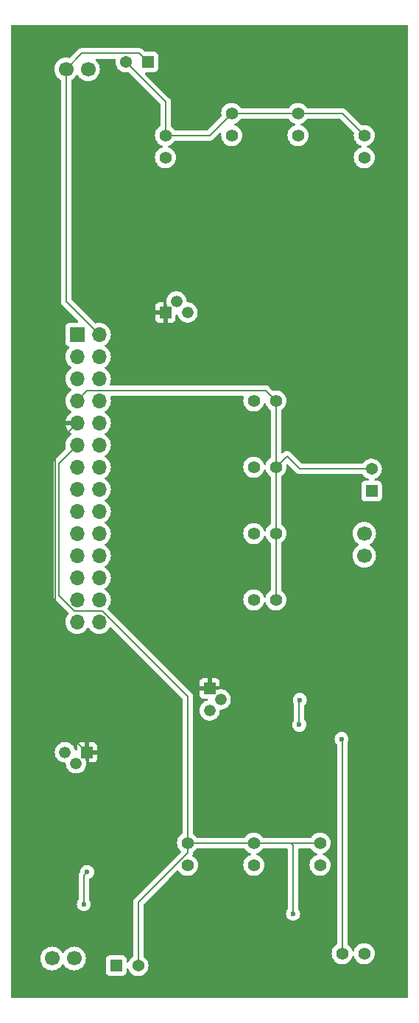
<source format=gbr>
%TF.GenerationSoftware,KiCad,Pcbnew,(7.0.0)*%
%TF.CreationDate,2024-04-19T19:54:10+02:00*%
%TF.ProjectId,IR Sensor Project,49522053-656e-4736-9f72-2050726f6a65,v1*%
%TF.SameCoordinates,Original*%
%TF.FileFunction,Copper,L2,Bot*%
%TF.FilePolarity,Positive*%
%FSLAX46Y46*%
G04 Gerber Fmt 4.6, Leading zero omitted, Abs format (unit mm)*
G04 Created by KiCad (PCBNEW (7.0.0)) date 2024-04-19 19:54:10*
%MOMM*%
%LPD*%
G01*
G04 APERTURE LIST*
%TA.AperFunction,ComponentPad*%
%ADD10C,1.400000*%
%TD*%
%TA.AperFunction,ComponentPad*%
%ADD11C,1.700000*%
%TD*%
%TA.AperFunction,ComponentPad*%
%ADD12R,1.700000X1.700000*%
%TD*%
%TA.AperFunction,ComponentPad*%
%ADD13O,1.700000X1.700000*%
%TD*%
%TA.AperFunction,ComponentPad*%
%ADD14R,1.365000X1.365000*%
%TD*%
%TA.AperFunction,ComponentPad*%
%ADD15C,1.365000*%
%TD*%
%TA.AperFunction,ComponentPad*%
%ADD16R,1.333000X1.333000*%
%TD*%
%TA.AperFunction,ComponentPad*%
%ADD17C,1.333000*%
%TD*%
%TA.AperFunction,ViaPad*%
%ADD18C,0.600000*%
%TD*%
%TA.AperFunction,Conductor*%
%ADD19C,0.200000*%
%TD*%
G04 APERTURE END LIST*
D10*
%TO.P,JP1,1,A*%
%TO.N,Net-(JP1-A)*%
X50800000Y-58420000D03*
%TO.P,JP1,2,B*%
%TO.N,PA3*%
X50800000Y-55880000D03*
%TD*%
D11*
%TO.P,LED2,1,A*%
%TO.N,Vcc*%
X73660000Y-101600000D03*
%TO.P,LED2,2,K*%
%TO.N,Net-(LED2-K)*%
X73660000Y-104140000D03*
%TD*%
D12*
%TO.P,J1,1,Pin_1*%
%TO.N,unconnected-(J1-Pin_1-Pad1)*%
X40639999Y-78739999D03*
D13*
%TO.P,J1,2,Pin_2*%
%TO.N,Vcc*%
X43179999Y-78739999D03*
%TO.P,J1,3,Pin_3*%
%TO.N,unconnected-(J1-Pin_3-Pad3)*%
X40639999Y-81279999D03*
%TO.P,J1,4,Pin_4*%
%TO.N,unconnected-(J1-Pin_4-Pad4)*%
X43179999Y-81279999D03*
%TO.P,J1,5,Pin_5*%
%TO.N,PA3*%
X40639999Y-83819999D03*
%TO.P,J1,6,Pin_6*%
%TO.N,unconnected-(J1-Pin_6-Pad6)*%
X43179999Y-83819999D03*
%TO.P,J1,7,Pin_7*%
%TO.N,PA4*%
X40639999Y-86359999D03*
%TO.P,J1,8,Pin_8*%
%TO.N,PE15*%
X43179999Y-86359999D03*
%TO.P,J1,9,Pin_9*%
%TO.N,GND*%
X40639999Y-88899999D03*
%TO.P,J1,10,Pin_10*%
%TO.N,PE14*%
X43179999Y-88899999D03*
%TO.P,J1,11,Pin_11*%
%TO.N,PA5*%
X40639999Y-91439999D03*
%TO.P,J1,12,Pin_12*%
%TO.N,PE13*%
X43179999Y-91439999D03*
%TO.P,J1,13,Pin_13*%
%TO.N,unconnected-(J1-Pin_13-Pad13)*%
X40639999Y-93979999D03*
%TO.P,J1,14,Pin_14*%
%TO.N,unconnected-(J1-Pin_14-Pad14)*%
X43179999Y-93979999D03*
%TO.P,J1,15,Pin_15*%
%TO.N,unconnected-(J1-Pin_15-Pad15)*%
X40639999Y-96519999D03*
%TO.P,J1,16,Pin_16*%
%TO.N,unconnected-(J1-Pin_16-Pad16)*%
X43179999Y-96519999D03*
%TO.P,J1,17,Pin_17*%
%TO.N,unconnected-(J1-Pin_17-Pad17)*%
X40639999Y-99059999D03*
%TO.P,J1,18,Pin_18*%
%TO.N,unconnected-(J1-Pin_18-Pad18)*%
X43179999Y-99059999D03*
%TO.P,J1,19,Pin_19*%
%TO.N,unconnected-(J1-Pin_19-Pad19)*%
X40639999Y-101599999D03*
%TO.P,J1,20,Pin_20*%
%TO.N,unconnected-(J1-Pin_20-Pad20)*%
X43179999Y-101599999D03*
%TO.P,J1,21,Pin_21*%
%TO.N,unconnected-(J1-Pin_21-Pad21)*%
X40639999Y-104139999D03*
%TO.P,J1,22,Pin_22*%
%TO.N,unconnected-(J1-Pin_22-Pad22)*%
X43179999Y-104139999D03*
%TO.P,J1,23,Pin_23*%
%TO.N,unconnected-(J1-Pin_23-Pad23)*%
X40639999Y-106679999D03*
%TO.P,J1,24,Pin_24*%
%TO.N,unconnected-(J1-Pin_24-Pad24)*%
X43179999Y-106679999D03*
%TO.P,J1,25,Pin_25*%
%TO.N,unconnected-(J1-Pin_25-Pad25)*%
X40639999Y-109219999D03*
%TO.P,J1,26,Pin_26*%
%TO.N,unconnected-(J1-Pin_26-Pad26)*%
X43179999Y-109219999D03*
%TO.P,J1,27,Pin_27*%
%TO.N,unconnected-(J1-Pin_27-Pad27)*%
X40639999Y-111759999D03*
%TO.P,J1,28,Pin_28*%
%TO.N,unconnected-(J1-Pin_28-Pad28)*%
X43179999Y-111759999D03*
%TD*%
D10*
%TO.P,JP9,1,A*%
%TO.N,Net-(JP9-A)*%
X53340000Y-139700000D03*
%TO.P,JP9,2,B*%
%TO.N,PA5*%
X53340000Y-137160000D03*
%TD*%
%TO.P,JP8,1,A*%
%TO.N,Net-(JP8-A)*%
X60960000Y-109220000D03*
%TO.P,JP8,2,B*%
%TO.N,PA4*%
X63500000Y-109220000D03*
%TD*%
%TO.P,JP7,1,A*%
%TO.N,Net-(JP7-A)*%
X60960000Y-101600000D03*
%TO.P,JP7,2,B*%
%TO.N,PA4*%
X63500000Y-101600000D03*
%TD*%
%TO.P,JP3,1,A*%
%TO.N,Net-(JP3-A)*%
X66040000Y-55880000D03*
%TO.P,JP3,2,B*%
%TO.N,PA3*%
X66040000Y-53340000D03*
%TD*%
%TO.P,JP10,1,A*%
%TO.N,Net-(JP10-A)*%
X60960000Y-139700000D03*
%TO.P,JP10,2,B*%
%TO.N,PA5*%
X60960000Y-137160000D03*
%TD*%
D14*
%TO.P,D2,1,K*%
%TO.N,Vcc*%
X74499999Y-96719999D03*
D15*
%TO.P,D2,2,A*%
%TO.N,PA4*%
X74500000Y-94180000D03*
%TD*%
D14*
%TO.P,D1,1,K*%
%TO.N,Vcc*%
X48779999Y-47429999D03*
D15*
%TO.P,D1,2,A*%
%TO.N,PA3*%
X46240000Y-47430000D03*
%TD*%
D10*
%TO.P,JP4,1,A*%
%TO.N,Net-(JP4-A)*%
X73660000Y-58420000D03*
%TO.P,JP4,2,B*%
%TO.N,PA3*%
X73660000Y-55880000D03*
%TD*%
%TO.P,JP2,1,A*%
%TO.N,Net-(JP2-A)*%
X58420000Y-55880000D03*
%TO.P,JP2,2,B*%
%TO.N,PA3*%
X58420000Y-53340000D03*
%TD*%
%TO.P,JP6,1,A*%
%TO.N,Net-(JP6-A)*%
X60960000Y-93980000D03*
%TO.P,JP6,2,B*%
%TO.N,PA4*%
X63500000Y-93980000D03*
%TD*%
D16*
%TO.P,Q3,1,E*%
%TO.N,GND*%
X41799999Y-126729999D03*
D17*
%TO.P,Q3,2,B*%
%TO.N,Net-(Q3-B)*%
X40530000Y-128000000D03*
%TO.P,Q3,3,C*%
%TO.N,Net-(Q3-C)*%
X39260000Y-126730000D03*
%TD*%
D14*
%TO.P,D3,1,K*%
%TO.N,Vcc*%
X45129999Y-151229999D03*
D15*
%TO.P,D3,2,A*%
%TO.N,PA5*%
X47670000Y-151230000D03*
%TD*%
D16*
%TO.P,Q1,1,E*%
%TO.N,GND*%
X50799999Y-76199999D03*
D17*
%TO.P,Q1,2,B*%
%TO.N,Net-(Q1-B)*%
X52070000Y-74930000D03*
%TO.P,Q1,3,C*%
%TO.N,Net-(Q1-C)*%
X53340000Y-76200000D03*
%TD*%
D11*
%TO.P,LED1,1,A*%
%TO.N,Vcc*%
X39370000Y-48260000D03*
%TO.P,LED1,2,K*%
%TO.N,Net-(LED1-K)*%
X41910000Y-48260000D03*
%TD*%
D10*
%TO.P,JP11,1,A*%
%TO.N,Net-(JP11-A)*%
X68580000Y-139700000D03*
%TO.P,JP11,2,B*%
%TO.N,PA5*%
X68580000Y-137160000D03*
%TD*%
D16*
%TO.P,Q2,1,E*%
%TO.N,GND*%
X55879999Y-119379999D03*
D17*
%TO.P,Q2,2,B*%
%TO.N,Net-(Q2-B)*%
X57150000Y-120650000D03*
%TO.P,Q2,3,C*%
%TO.N,Net-(Q2-C)*%
X55880000Y-121920000D03*
%TD*%
D10*
%TO.P,JP5,1,A*%
%TO.N,Net-(JP5-A)*%
X60960000Y-86360000D03*
%TO.P,JP5,2,B*%
%TO.N,PA4*%
X63500000Y-86360000D03*
%TD*%
D11*
%TO.P,LED3,1,A*%
%TO.N,Vcc*%
X40300000Y-150420000D03*
%TO.P,LED3,2,K*%
%TO.N,Net-(LED3-K)*%
X37760000Y-150420000D03*
%TD*%
D10*
%TO.P,JP12,1,A*%
%TO.N,Net-(JP12-A)*%
X71120000Y-149860000D03*
%TO.P,JP12,2,B*%
%TO.N,PA5*%
X73660000Y-149860000D03*
%TD*%
D18*
%TO.N,PA5*%
X65480000Y-145270000D03*
%TO.N,Net-(JP12-A)*%
X71060000Y-125210000D03*
%TO.N,Net-(LED3-K)*%
X41800000Y-140480000D03*
X41420000Y-144180000D03*
%TO.N,Net-(R19-Pad1)*%
X66253911Y-120703911D03*
X66190000Y-123570000D03*
%TD*%
D19*
%TO.N,PA4*%
X66240000Y-94180000D02*
X64770000Y-92710000D01*
X63500000Y-86360000D02*
X62350000Y-85210000D01*
X41790000Y-85210000D02*
X40640000Y-86360000D01*
X62350000Y-85210000D02*
X41790000Y-85210000D01*
X63500000Y-109220000D02*
X63500000Y-86360000D01*
X64770000Y-92710000D02*
X63500000Y-93980000D01*
X74500000Y-94180000D02*
X66240000Y-94180000D01*
%TO.N,PA3*%
X71120000Y-53340000D02*
X73660000Y-55880000D01*
X55880000Y-55880000D02*
X58420000Y-53340000D01*
X66040000Y-53340000D02*
X71120000Y-53340000D01*
X58420000Y-53340000D02*
X66040000Y-53340000D01*
X50800000Y-55880000D02*
X55880000Y-55880000D01*
X50800000Y-55880000D02*
X50800000Y-51990000D01*
X50800000Y-51990000D02*
X46240000Y-47430000D01*
%TO.N,Vcc*%
X41182500Y-46447500D02*
X39370000Y-48260000D01*
X47797500Y-46447500D02*
X41182500Y-46447500D01*
X39370000Y-48260000D02*
X39370000Y-74930000D01*
X48780000Y-47430000D02*
X47797500Y-46447500D01*
X39370000Y-74930000D02*
X43180000Y-78740000D01*
%TO.N,PA5*%
X38540000Y-108746346D02*
X38540000Y-93540000D01*
X38540000Y-93540000D02*
X40640000Y-91440000D01*
X47670000Y-151230000D02*
X47670000Y-143955786D01*
X40333654Y-110540000D02*
X38540000Y-108746346D01*
X65480000Y-137400000D02*
X65340000Y-137260000D01*
X65480000Y-145270000D02*
X65480000Y-137400000D01*
X53340000Y-138285786D02*
X53340000Y-137160000D01*
X53340000Y-137160000D02*
X53340000Y-120293654D01*
X47670000Y-143955786D02*
X53340000Y-138285786D01*
X53340000Y-137160000D02*
X68580000Y-137160000D01*
X43586346Y-110540000D02*
X40333654Y-110540000D01*
X53340000Y-120293654D02*
X43586346Y-110540000D01*
%TO.N,Net-(JP12-A)*%
X71120000Y-149860000D02*
X71120000Y-125270000D01*
X71120000Y-125270000D02*
X71060000Y-125210000D01*
%TO.N,Net-(LED3-K)*%
X41420000Y-140860000D02*
X41800000Y-140480000D01*
X41420000Y-144180000D02*
X41420000Y-140860000D01*
%TO.N,GND*%
X41800000Y-126730000D02*
X38140000Y-123070000D01*
X38140000Y-123070000D02*
X38140000Y-91400000D01*
X38140000Y-91400000D02*
X40640000Y-88900000D01*
%TO.N,Net-(R19-Pad1)*%
X66190000Y-123570000D02*
X66190000Y-120740000D01*
X66190000Y-120740000D02*
X66240000Y-120690000D01*
X66240000Y-120690000D02*
X66253911Y-120703911D01*
%TD*%
%TA.AperFunction,Conductor*%
%TO.N,GND*%
G36*
X78667500Y-43207113D02*
G01*
X78712887Y-43252500D01*
X78729500Y-43314500D01*
X78729500Y-154805500D01*
X78712887Y-154867500D01*
X78667500Y-154912887D01*
X78605500Y-154929500D01*
X33154500Y-154929500D01*
X33092500Y-154912887D01*
X33047113Y-154867500D01*
X33030500Y-154805500D01*
X33030500Y-150420000D01*
X36404341Y-150420000D01*
X36404813Y-150425395D01*
X36420488Y-150604563D01*
X36424937Y-150655408D01*
X36426336Y-150660630D01*
X36426337Y-150660634D01*
X36484694Y-150878430D01*
X36484697Y-150878438D01*
X36486097Y-150883663D01*
X36488385Y-150888570D01*
X36488386Y-150888572D01*
X36583678Y-151092927D01*
X36583681Y-151092933D01*
X36585965Y-151097830D01*
X36589064Y-151102257D01*
X36589066Y-151102259D01*
X36718399Y-151286966D01*
X36718402Y-151286970D01*
X36721505Y-151291401D01*
X36888599Y-151458495D01*
X37082170Y-151594035D01*
X37296337Y-151693903D01*
X37524592Y-151755063D01*
X37760000Y-151775659D01*
X37995408Y-151755063D01*
X38223663Y-151693903D01*
X38437830Y-151594035D01*
X38631401Y-151458495D01*
X38798495Y-151291401D01*
X38928426Y-151105839D01*
X38972742Y-151066976D01*
X39029999Y-151052965D01*
X39087256Y-151066976D01*
X39131574Y-151105841D01*
X39258399Y-151286966D01*
X39258402Y-151286970D01*
X39261505Y-151291401D01*
X39428599Y-151458495D01*
X39622170Y-151594035D01*
X39836337Y-151693903D01*
X40064592Y-151755063D01*
X40300000Y-151775659D01*
X40535408Y-151755063D01*
X40763663Y-151693903D01*
X40977830Y-151594035D01*
X41171401Y-151458495D01*
X41338495Y-151291401D01*
X41474035Y-151097830D01*
X41573903Y-150883663D01*
X41635063Y-150655408D01*
X41655659Y-150420000D01*
X41635063Y-150184592D01*
X41573903Y-149956337D01*
X41474035Y-149742171D01*
X41338495Y-149548599D01*
X41171401Y-149381505D01*
X41166970Y-149378402D01*
X41166966Y-149378399D01*
X40982259Y-149249066D01*
X40982257Y-149249064D01*
X40977830Y-149245965D01*
X40972933Y-149243681D01*
X40972927Y-149243678D01*
X40768572Y-149148386D01*
X40768570Y-149148385D01*
X40763663Y-149146097D01*
X40758438Y-149144697D01*
X40758430Y-149144694D01*
X40540634Y-149086337D01*
X40540630Y-149086336D01*
X40535408Y-149084937D01*
X40530020Y-149084465D01*
X40530017Y-149084465D01*
X40305395Y-149064813D01*
X40300000Y-149064341D01*
X40294605Y-149064813D01*
X40069982Y-149084465D01*
X40069977Y-149084465D01*
X40064592Y-149084937D01*
X40059371Y-149086335D01*
X40059365Y-149086337D01*
X39841569Y-149144694D01*
X39841557Y-149144698D01*
X39836337Y-149146097D01*
X39831432Y-149148383D01*
X39831427Y-149148386D01*
X39627081Y-149243675D01*
X39627077Y-149243677D01*
X39622171Y-149245965D01*
X39617738Y-149249068D01*
X39617731Y-149249073D01*
X39433034Y-149378399D01*
X39433029Y-149378402D01*
X39428599Y-149381505D01*
X39424775Y-149385328D01*
X39424769Y-149385334D01*
X39265334Y-149544769D01*
X39265328Y-149544775D01*
X39261505Y-149548599D01*
X39258403Y-149553028D01*
X39258403Y-149553029D01*
X39131574Y-149734160D01*
X39087256Y-149773025D01*
X39029999Y-149787036D01*
X38972742Y-149773025D01*
X38928426Y-149734161D01*
X38798495Y-149548599D01*
X38631401Y-149381505D01*
X38626970Y-149378402D01*
X38626966Y-149378399D01*
X38442259Y-149249066D01*
X38442257Y-149249064D01*
X38437830Y-149245965D01*
X38432933Y-149243681D01*
X38432927Y-149243678D01*
X38228572Y-149148386D01*
X38228570Y-149148385D01*
X38223663Y-149146097D01*
X38218438Y-149144697D01*
X38218430Y-149144694D01*
X38000634Y-149086337D01*
X38000630Y-149086336D01*
X37995408Y-149084937D01*
X37990020Y-149084465D01*
X37990017Y-149084465D01*
X37765395Y-149064813D01*
X37760000Y-149064341D01*
X37754605Y-149064813D01*
X37529982Y-149084465D01*
X37529977Y-149084465D01*
X37524592Y-149084937D01*
X37519371Y-149086335D01*
X37519365Y-149086337D01*
X37301569Y-149144694D01*
X37301557Y-149144698D01*
X37296337Y-149146097D01*
X37291432Y-149148383D01*
X37291427Y-149148386D01*
X37087081Y-149243675D01*
X37087077Y-149243677D01*
X37082171Y-149245965D01*
X37077738Y-149249068D01*
X37077731Y-149249073D01*
X36893034Y-149378399D01*
X36893029Y-149378402D01*
X36888599Y-149381505D01*
X36884775Y-149385328D01*
X36884769Y-149385334D01*
X36725334Y-149544769D01*
X36725328Y-149544775D01*
X36721505Y-149548599D01*
X36718402Y-149553029D01*
X36718399Y-149553034D01*
X36589073Y-149737731D01*
X36589068Y-149737738D01*
X36585965Y-149742171D01*
X36583677Y-149747077D01*
X36583675Y-149747081D01*
X36488386Y-149951427D01*
X36488383Y-149951432D01*
X36486097Y-149956337D01*
X36484698Y-149961557D01*
X36484694Y-149961569D01*
X36426337Y-150179365D01*
X36426335Y-150179371D01*
X36424937Y-150184592D01*
X36424465Y-150189977D01*
X36424465Y-150189982D01*
X36404813Y-150414605D01*
X36404341Y-150420000D01*
X33030500Y-150420000D01*
X33030500Y-144180000D01*
X40614435Y-144180000D01*
X40634632Y-144359255D01*
X40636928Y-144365819D01*
X40636930Y-144365824D01*
X40691913Y-144522956D01*
X40694211Y-144529522D01*
X40790184Y-144682262D01*
X40917738Y-144809816D01*
X41070478Y-144905789D01*
X41240745Y-144965368D01*
X41420000Y-144985565D01*
X41599255Y-144965368D01*
X41769522Y-144905789D01*
X41922262Y-144809816D01*
X42049816Y-144682262D01*
X42145789Y-144529522D01*
X42205368Y-144359255D01*
X42225565Y-144180000D01*
X42205368Y-144000745D01*
X42145789Y-143830478D01*
X42049816Y-143677738D01*
X42046718Y-143674640D01*
X42027459Y-143639793D01*
X42020500Y-143598838D01*
X42020500Y-141338918D01*
X42030846Y-141289331D01*
X42060159Y-141248020D01*
X42103542Y-141221877D01*
X42149522Y-141205789D01*
X42302262Y-141109816D01*
X42429816Y-140982262D01*
X42525789Y-140829522D01*
X42585368Y-140659255D01*
X42605565Y-140480000D01*
X42585368Y-140300745D01*
X42525789Y-140130478D01*
X42429816Y-139977738D01*
X42302262Y-139850184D01*
X42149522Y-139754211D01*
X42142959Y-139751914D01*
X42142956Y-139751913D01*
X41985824Y-139696930D01*
X41985819Y-139696928D01*
X41979255Y-139694632D01*
X41972335Y-139693852D01*
X41972334Y-139693852D01*
X41806923Y-139675215D01*
X41800000Y-139674435D01*
X41793077Y-139675215D01*
X41627665Y-139693852D01*
X41627662Y-139693852D01*
X41620745Y-139694632D01*
X41614182Y-139696928D01*
X41614175Y-139696930D01*
X41457043Y-139751913D01*
X41457036Y-139751915D01*
X41450478Y-139754211D01*
X41444590Y-139757910D01*
X41444587Y-139757912D01*
X41303638Y-139846476D01*
X41303633Y-139846479D01*
X41297738Y-139850184D01*
X41292813Y-139855108D01*
X41292809Y-139855112D01*
X41175112Y-139972809D01*
X41175108Y-139972813D01*
X41170184Y-139977738D01*
X41166479Y-139983633D01*
X41166476Y-139983638D01*
X41077912Y-140124587D01*
X41077910Y-140124590D01*
X41074211Y-140130478D01*
X41071915Y-140137036D01*
X41071913Y-140137043D01*
X41016931Y-140294174D01*
X41014632Y-140300745D01*
X41013852Y-140307662D01*
X41013852Y-140307665D01*
X41005137Y-140385005D01*
X40980293Y-140446605D01*
X40906028Y-140543388D01*
X40906025Y-140543393D01*
X40895463Y-140557159D01*
X40895464Y-140557159D01*
X40889095Y-140572533D01*
X40889093Y-140572537D01*
X40838066Y-140695728D01*
X40838064Y-140695733D01*
X40834956Y-140703238D01*
X40833896Y-140711289D01*
X40833894Y-140711297D01*
X40819195Y-140822956D01*
X40814318Y-140860000D01*
X40815379Y-140868059D01*
X40818439Y-140891302D01*
X40819500Y-140907487D01*
X40819500Y-143598838D01*
X40812541Y-143639793D01*
X40793281Y-143674640D01*
X40790184Y-143677738D01*
X40786483Y-143683627D01*
X40786479Y-143683633D01*
X40697912Y-143824587D01*
X40697910Y-143824590D01*
X40694211Y-143830478D01*
X40691915Y-143837036D01*
X40691913Y-143837043D01*
X40636930Y-143994175D01*
X40636928Y-143994182D01*
X40634632Y-144000745D01*
X40614435Y-144180000D01*
X33030500Y-144180000D01*
X33030500Y-126730000D01*
X38088000Y-126730000D01*
X38107956Y-126945354D01*
X38109524Y-126950865D01*
X38109525Y-126950870D01*
X38141920Y-127064724D01*
X38167143Y-127153375D01*
X38169695Y-127158501D01*
X38169697Y-127158505D01*
X38260991Y-127341848D01*
X38260993Y-127341852D01*
X38263546Y-127346978D01*
X38266995Y-127351545D01*
X38266998Y-127351550D01*
X38390424Y-127514993D01*
X38390429Y-127514998D01*
X38393882Y-127519571D01*
X38398118Y-127523432D01*
X38398122Y-127523437D01*
X38456467Y-127576625D01*
X38553712Y-127665276D01*
X38737595Y-127779131D01*
X38939267Y-127857260D01*
X39151861Y-127897000D01*
X39235415Y-127897000D01*
X39294079Y-127911754D01*
X39338782Y-127952507D01*
X39358886Y-128009559D01*
X39377426Y-128209645D01*
X39377427Y-128209655D01*
X39377956Y-128215354D01*
X39437143Y-128423375D01*
X39439695Y-128428501D01*
X39439697Y-128428505D01*
X39530991Y-128611848D01*
X39530993Y-128611852D01*
X39533546Y-128616978D01*
X39536995Y-128621545D01*
X39536998Y-128621550D01*
X39660424Y-128784993D01*
X39660429Y-128784998D01*
X39663882Y-128789571D01*
X39668118Y-128793432D01*
X39668122Y-128793437D01*
X39777943Y-128893552D01*
X39823712Y-128935276D01*
X40007595Y-129049131D01*
X40209267Y-129127260D01*
X40421861Y-129167000D01*
X40632410Y-129167000D01*
X40638139Y-129167000D01*
X40850733Y-129127260D01*
X41052405Y-129049131D01*
X41236288Y-128935276D01*
X41396118Y-128789571D01*
X41526454Y-128616978D01*
X41622857Y-128423375D01*
X41682044Y-128215354D01*
X41702000Y-128000000D01*
X41690896Y-127880174D01*
X42050000Y-127880174D01*
X42053450Y-127893049D01*
X42066326Y-127896500D01*
X42511018Y-127896500D01*
X42517614Y-127896146D01*
X42566167Y-127890926D01*
X42581141Y-127887388D01*
X42700277Y-127842952D01*
X42715689Y-127834537D01*
X42816592Y-127759001D01*
X42829001Y-127746592D01*
X42904537Y-127645689D01*
X42912952Y-127630277D01*
X42957388Y-127511141D01*
X42960926Y-127496167D01*
X42966146Y-127447614D01*
X42966500Y-127441018D01*
X42966500Y-126996326D01*
X42963049Y-126983450D01*
X42950174Y-126980000D01*
X42066326Y-126980000D01*
X42053450Y-126983450D01*
X42050000Y-126996326D01*
X42050000Y-127880174D01*
X41690896Y-127880174D01*
X41682044Y-127784646D01*
X41622857Y-127576625D01*
X41563000Y-127456416D01*
X41550000Y-127401144D01*
X41550000Y-126463674D01*
X42050000Y-126463674D01*
X42053450Y-126476549D01*
X42066326Y-126480000D01*
X42950174Y-126480000D01*
X42963049Y-126476549D01*
X42966500Y-126463674D01*
X42966500Y-126018982D01*
X42966146Y-126012385D01*
X42960926Y-125963832D01*
X42957388Y-125948858D01*
X42912952Y-125829722D01*
X42904537Y-125814310D01*
X42829001Y-125713407D01*
X42816592Y-125700998D01*
X42715689Y-125625462D01*
X42700277Y-125617047D01*
X42581141Y-125572611D01*
X42566167Y-125569073D01*
X42517614Y-125563853D01*
X42511018Y-125563500D01*
X42066326Y-125563500D01*
X42053450Y-125566950D01*
X42050000Y-125579826D01*
X42050000Y-126463674D01*
X41550000Y-126463674D01*
X41550000Y-125579826D01*
X41546549Y-125566950D01*
X41533674Y-125563500D01*
X41088982Y-125563500D01*
X41082385Y-125563853D01*
X41033832Y-125569073D01*
X41018858Y-125572611D01*
X40899722Y-125617047D01*
X40884310Y-125625462D01*
X40783407Y-125700998D01*
X40770998Y-125713407D01*
X40695462Y-125814310D01*
X40687047Y-125829722D01*
X40642611Y-125948858D01*
X40639073Y-125963832D01*
X40633853Y-126012385D01*
X40633500Y-126018982D01*
X40633500Y-126404058D01*
X40619636Y-126461032D01*
X40581144Y-126505266D01*
X40526631Y-126526869D01*
X40468288Y-126521009D01*
X40419160Y-126488997D01*
X40390234Y-126437992D01*
X40380579Y-126404058D01*
X40352857Y-126306625D01*
X40256454Y-126113022D01*
X40253001Y-126108449D01*
X40129575Y-125945006D01*
X40129571Y-125945002D01*
X40126118Y-125940429D01*
X40121881Y-125936566D01*
X40121877Y-125936562D01*
X39970522Y-125798584D01*
X39970523Y-125798584D01*
X39966288Y-125794724D01*
X39961418Y-125791709D01*
X39961416Y-125791707D01*
X39787281Y-125683888D01*
X39787280Y-125683887D01*
X39782405Y-125680869D01*
X39777058Y-125678797D01*
X39777055Y-125678796D01*
X39586081Y-125604812D01*
X39586082Y-125604812D01*
X39580733Y-125602740D01*
X39575107Y-125601688D01*
X39575099Y-125601686D01*
X39373769Y-125564052D01*
X39373764Y-125564051D01*
X39368139Y-125563000D01*
X39151861Y-125563000D01*
X39146236Y-125564051D01*
X39146230Y-125564052D01*
X38944900Y-125601686D01*
X38944889Y-125601688D01*
X38939267Y-125602740D01*
X38933920Y-125604811D01*
X38933918Y-125604812D01*
X38742944Y-125678796D01*
X38742937Y-125678799D01*
X38737595Y-125680869D01*
X38732723Y-125683885D01*
X38732718Y-125683888D01*
X38558583Y-125791707D01*
X38558575Y-125791712D01*
X38553712Y-125794724D01*
X38549481Y-125798580D01*
X38549477Y-125798584D01*
X38398122Y-125936562D01*
X38398112Y-125936572D01*
X38393882Y-125940429D01*
X38390433Y-125944995D01*
X38390424Y-125945006D01*
X38266998Y-126108449D01*
X38266991Y-126108459D01*
X38263546Y-126113022D01*
X38260996Y-126118142D01*
X38260991Y-126118151D01*
X38169697Y-126301494D01*
X38169693Y-126301502D01*
X38167143Y-126306625D01*
X38165574Y-126312137D01*
X38165574Y-126312139D01*
X38109525Y-126509129D01*
X38109523Y-126509136D01*
X38107956Y-126514646D01*
X38088000Y-126730000D01*
X33030500Y-126730000D01*
X33030500Y-108746346D01*
X37934318Y-108746346D01*
X37935379Y-108754405D01*
X37939500Y-108785707D01*
X37953894Y-108895048D01*
X37953895Y-108895054D01*
X37954956Y-108903108D01*
X37958065Y-108910614D01*
X37958066Y-108910617D01*
X37986543Y-108979365D01*
X38015464Y-109049187D01*
X38111718Y-109174628D01*
X38118164Y-109179574D01*
X38136769Y-109193850D01*
X38148964Y-109204545D01*
X39629579Y-110685160D01*
X39661672Y-110740746D01*
X39661674Y-110804932D01*
X39629582Y-110860519D01*
X39605339Y-110884763D01*
X39605328Y-110884775D01*
X39601505Y-110888599D01*
X39598403Y-110893028D01*
X39598398Y-110893035D01*
X39469073Y-111077731D01*
X39469068Y-111077738D01*
X39465965Y-111082171D01*
X39463677Y-111087077D01*
X39463675Y-111087081D01*
X39368386Y-111291427D01*
X39368383Y-111291432D01*
X39366097Y-111296337D01*
X39364698Y-111301557D01*
X39364694Y-111301569D01*
X39306337Y-111519365D01*
X39306335Y-111519371D01*
X39304937Y-111524592D01*
X39284341Y-111760000D01*
X39304937Y-111995408D01*
X39306336Y-112000630D01*
X39306337Y-112000634D01*
X39364694Y-112218430D01*
X39364697Y-112218438D01*
X39366097Y-112223663D01*
X39368385Y-112228570D01*
X39368386Y-112228572D01*
X39463678Y-112432927D01*
X39463681Y-112432933D01*
X39465965Y-112437830D01*
X39469064Y-112442257D01*
X39469066Y-112442259D01*
X39598399Y-112626966D01*
X39598402Y-112626970D01*
X39601505Y-112631401D01*
X39768599Y-112798495D01*
X39962170Y-112934035D01*
X40176337Y-113033903D01*
X40404592Y-113095063D01*
X40640000Y-113115659D01*
X40875408Y-113095063D01*
X41103663Y-113033903D01*
X41317830Y-112934035D01*
X41511401Y-112798495D01*
X41678495Y-112631401D01*
X41808424Y-112445842D01*
X41852743Y-112406976D01*
X41910000Y-112392965D01*
X41967257Y-112406976D01*
X42011575Y-112445842D01*
X42138395Y-112626961D01*
X42138401Y-112626968D01*
X42141505Y-112631401D01*
X42308599Y-112798495D01*
X42502170Y-112934035D01*
X42716337Y-113033903D01*
X42944592Y-113095063D01*
X43180000Y-113115659D01*
X43415408Y-113095063D01*
X43643663Y-113033903D01*
X43857830Y-112934035D01*
X44051401Y-112798495D01*
X44218495Y-112631401D01*
X44354035Y-112437830D01*
X44368527Y-112406750D01*
X44405419Y-112360784D01*
X44459373Y-112337042D01*
X44518194Y-112340897D01*
X44568588Y-112371477D01*
X52703181Y-120506070D01*
X52730061Y-120546298D01*
X52739500Y-120593751D01*
X52739500Y-136050755D01*
X52723829Y-136111094D01*
X52680777Y-136156181D01*
X52663414Y-136166931D01*
X52618309Y-136194859D01*
X52618301Y-136194864D01*
X52613438Y-136197876D01*
X52609207Y-136201732D01*
X52609203Y-136201736D01*
X52453259Y-136343897D01*
X52453249Y-136343907D01*
X52449019Y-136347764D01*
X52445570Y-136352330D01*
X52445561Y-136352341D01*
X52318394Y-136520738D01*
X52318387Y-136520748D01*
X52314942Y-136525311D01*
X52312392Y-136530431D01*
X52312387Y-136530440D01*
X52218325Y-136719341D01*
X52218321Y-136719349D01*
X52215771Y-136724472D01*
X52214205Y-136729975D01*
X52214201Y-136729986D01*
X52156454Y-136932949D01*
X52154885Y-136938464D01*
X52134357Y-137160000D01*
X52154885Y-137381536D01*
X52156454Y-137387050D01*
X52214201Y-137590013D01*
X52214204Y-137590021D01*
X52215771Y-137595528D01*
X52218323Y-137600653D01*
X52218325Y-137600658D01*
X52312387Y-137789559D01*
X52312389Y-137789563D01*
X52314942Y-137794689D01*
X52318391Y-137799256D01*
X52318394Y-137799261D01*
X52445561Y-137967658D01*
X52445566Y-137967663D01*
X52449019Y-137972236D01*
X52538909Y-138054181D01*
X52574100Y-138110050D01*
X52575625Y-138176062D01*
X52543051Y-138233498D01*
X47278965Y-143497584D01*
X47266774Y-143508276D01*
X47248165Y-143522556D01*
X47248161Y-143522559D01*
X47241718Y-143527504D01*
X47236774Y-143533946D01*
X47236772Y-143533949D01*
X47154847Y-143640717D01*
X47150412Y-143646496D01*
X47150410Y-143646498D01*
X47145464Y-143652945D01*
X47142355Y-143660449D01*
X47142353Y-143660454D01*
X47088066Y-143791514D01*
X47088064Y-143791519D01*
X47084956Y-143799024D01*
X47083896Y-143807075D01*
X47083894Y-143807083D01*
X47065702Y-143945268D01*
X47064318Y-143955786D01*
X47065379Y-143963845D01*
X47068439Y-143987088D01*
X47069500Y-144003273D01*
X47069500Y-150141337D01*
X47053829Y-150201676D01*
X47010778Y-150246764D01*
X46958896Y-150278887D01*
X46958892Y-150278889D01*
X46954029Y-150281901D01*
X46949798Y-150285757D01*
X46949794Y-150285761D01*
X46796247Y-150425737D01*
X46796237Y-150425747D01*
X46792007Y-150429604D01*
X46788558Y-150434170D01*
X46788549Y-150434181D01*
X46663336Y-150599991D01*
X46663333Y-150599995D01*
X46659884Y-150604563D01*
X46657331Y-150609688D01*
X46657329Y-150609693D01*
X46564719Y-150795679D01*
X46564715Y-150795687D01*
X46562160Y-150800820D01*
X46560591Y-150806335D01*
X46556265Y-150821540D01*
X46527337Y-150872544D01*
X46478209Y-150904555D01*
X46419866Y-150910414D01*
X46365354Y-150888811D01*
X46326863Y-150844577D01*
X46312999Y-150787603D01*
X46312999Y-150502939D01*
X46312999Y-150499628D01*
X46306591Y-150440017D01*
X46256296Y-150305169D01*
X46170046Y-150189954D01*
X46162883Y-150184592D01*
X46061931Y-150109019D01*
X46061930Y-150109018D01*
X46054831Y-150103704D01*
X45919983Y-150053409D01*
X45912270Y-150052579D01*
X45912267Y-150052579D01*
X45863680Y-150047355D01*
X45863669Y-150047354D01*
X45860373Y-150047000D01*
X45857050Y-150047000D01*
X44402939Y-150047000D01*
X44402920Y-150047000D01*
X44399628Y-150047001D01*
X44396350Y-150047353D01*
X44396338Y-150047354D01*
X44347731Y-150052579D01*
X44347725Y-150052580D01*
X44340017Y-150053409D01*
X44332752Y-150056118D01*
X44332746Y-150056120D01*
X44213480Y-150100604D01*
X44213478Y-150100604D01*
X44205169Y-150103704D01*
X44198072Y-150109016D01*
X44198068Y-150109019D01*
X44097050Y-150184641D01*
X44097046Y-150184644D01*
X44089954Y-150189954D01*
X44084644Y-150197046D01*
X44084641Y-150197050D01*
X44009019Y-150298068D01*
X44009016Y-150298072D01*
X44003704Y-150305169D01*
X44000604Y-150313478D01*
X44000604Y-150313480D01*
X43956120Y-150432747D01*
X43956119Y-150432750D01*
X43953409Y-150440017D01*
X43952579Y-150447727D01*
X43952579Y-150447732D01*
X43947355Y-150496319D01*
X43947354Y-150496331D01*
X43947000Y-150499627D01*
X43947000Y-150502948D01*
X43947000Y-150502949D01*
X43947000Y-151957060D01*
X43947000Y-151957078D01*
X43947001Y-151960372D01*
X43947353Y-151963650D01*
X43947354Y-151963661D01*
X43952579Y-152012268D01*
X43952580Y-152012273D01*
X43953409Y-152019983D01*
X43956119Y-152027249D01*
X43956120Y-152027253D01*
X43989717Y-152117331D01*
X44003704Y-152154831D01*
X44089954Y-152270046D01*
X44205169Y-152356296D01*
X44340017Y-152406591D01*
X44399627Y-152413000D01*
X45860372Y-152412999D01*
X45919983Y-152406591D01*
X46054831Y-152356296D01*
X46170046Y-152270046D01*
X46256296Y-152154831D01*
X46306591Y-152019983D01*
X46313000Y-151960373D01*
X46312999Y-151672394D01*
X46326863Y-151615425D01*
X46365354Y-151571191D01*
X46419865Y-151549587D01*
X46478208Y-151555446D01*
X46527336Y-151587456D01*
X46556264Y-151638460D01*
X46560588Y-151653656D01*
X46562160Y-151659180D01*
X46564717Y-151664316D01*
X46564719Y-151664320D01*
X46579450Y-151693903D01*
X46659884Y-151855437D01*
X46663336Y-151860008D01*
X46788549Y-152025818D01*
X46788553Y-152025823D01*
X46792007Y-152030396D01*
X46796243Y-152034257D01*
X46796247Y-152034262D01*
X46907146Y-152135359D01*
X46954029Y-152178099D01*
X47140433Y-152293515D01*
X47344870Y-152372714D01*
X47560379Y-152413000D01*
X47773892Y-152413000D01*
X47779621Y-152413000D01*
X47995130Y-152372714D01*
X48199567Y-152293515D01*
X48385971Y-152178099D01*
X48547993Y-152030396D01*
X48680116Y-151855437D01*
X48777840Y-151659180D01*
X48837839Y-151448307D01*
X48858068Y-151230000D01*
X48837839Y-151011693D01*
X48777840Y-150800820D01*
X48680116Y-150604563D01*
X48555857Y-150440017D01*
X48551450Y-150434181D01*
X48551446Y-150434177D01*
X48547993Y-150429604D01*
X48543756Y-150425741D01*
X48543752Y-150425737D01*
X48390205Y-150285761D01*
X48390206Y-150285761D01*
X48385971Y-150281901D01*
X48329221Y-150246763D01*
X48286171Y-150201676D01*
X48270500Y-150141337D01*
X48270500Y-149860000D01*
X69914357Y-149860000D01*
X69934885Y-150081536D01*
X69936454Y-150087050D01*
X69994201Y-150290013D01*
X69994204Y-150290021D01*
X69995771Y-150295528D01*
X69998323Y-150300653D01*
X69998325Y-150300658D01*
X70092387Y-150489559D01*
X70092389Y-150489563D01*
X70094942Y-150494689D01*
X70098391Y-150499256D01*
X70098394Y-150499261D01*
X70225561Y-150667658D01*
X70225566Y-150667663D01*
X70229019Y-150672236D01*
X70233255Y-150676097D01*
X70233259Y-150676102D01*
X70345603Y-150778517D01*
X70393438Y-150822124D01*
X70582599Y-150939247D01*
X70790060Y-151019618D01*
X71008757Y-151060500D01*
X71225514Y-151060500D01*
X71231243Y-151060500D01*
X71449940Y-151019618D01*
X71657401Y-150939247D01*
X71846562Y-150822124D01*
X72010981Y-150672236D01*
X72145058Y-150494689D01*
X72244229Y-150295528D01*
X72270734Y-150202371D01*
X72303133Y-150147818D01*
X72358275Y-150116433D01*
X72421725Y-150116433D01*
X72476867Y-150147818D01*
X72509265Y-150202371D01*
X72535771Y-150295528D01*
X72538323Y-150300653D01*
X72538325Y-150300658D01*
X72632387Y-150489559D01*
X72632389Y-150489563D01*
X72634942Y-150494689D01*
X72638391Y-150499256D01*
X72638394Y-150499261D01*
X72765561Y-150667658D01*
X72765566Y-150667663D01*
X72769019Y-150672236D01*
X72773255Y-150676097D01*
X72773259Y-150676102D01*
X72885603Y-150778517D01*
X72933438Y-150822124D01*
X73122599Y-150939247D01*
X73330060Y-151019618D01*
X73548757Y-151060500D01*
X73765514Y-151060500D01*
X73771243Y-151060500D01*
X73989940Y-151019618D01*
X74197401Y-150939247D01*
X74386562Y-150822124D01*
X74550981Y-150672236D01*
X74685058Y-150494689D01*
X74784229Y-150295528D01*
X74845115Y-150081536D01*
X74865643Y-149860000D01*
X74845115Y-149638464D01*
X74784229Y-149424472D01*
X74685058Y-149225311D01*
X74681605Y-149220738D01*
X74554438Y-149052341D01*
X74554434Y-149052337D01*
X74550981Y-149047764D01*
X74546744Y-149043901D01*
X74546740Y-149043897D01*
X74390796Y-148901736D01*
X74390797Y-148901736D01*
X74386562Y-148897876D01*
X74381692Y-148894861D01*
X74381690Y-148894859D01*
X74202275Y-148783771D01*
X74202276Y-148783771D01*
X74197401Y-148780753D01*
X74119967Y-148750755D01*
X73995286Y-148702453D01*
X73995285Y-148702452D01*
X73989940Y-148700382D01*
X73984302Y-148699328D01*
X73776872Y-148660552D01*
X73776869Y-148660551D01*
X73771243Y-148659500D01*
X73548757Y-148659500D01*
X73543131Y-148660551D01*
X73543127Y-148660552D01*
X73335697Y-148699328D01*
X73335694Y-148699328D01*
X73330060Y-148700382D01*
X73324717Y-148702451D01*
X73324713Y-148702453D01*
X73127941Y-148778683D01*
X73127936Y-148778685D01*
X73122599Y-148780753D01*
X73117727Y-148783769D01*
X73117724Y-148783771D01*
X72938309Y-148894859D01*
X72938301Y-148894864D01*
X72933438Y-148897876D01*
X72929207Y-148901732D01*
X72929203Y-148901736D01*
X72773259Y-149043897D01*
X72773249Y-149043907D01*
X72769019Y-149047764D01*
X72765570Y-149052330D01*
X72765561Y-149052341D01*
X72638394Y-149220738D01*
X72638387Y-149220748D01*
X72634942Y-149225311D01*
X72632392Y-149230431D01*
X72632387Y-149230440D01*
X72538325Y-149419341D01*
X72538321Y-149419349D01*
X72535771Y-149424472D01*
X72534205Y-149429975D01*
X72534201Y-149429986D01*
X72509266Y-149517627D01*
X72476867Y-149572181D01*
X72421724Y-149603566D01*
X72358276Y-149603566D01*
X72303133Y-149572181D01*
X72270734Y-149517627D01*
X72245798Y-149429986D01*
X72245797Y-149429984D01*
X72244229Y-149424472D01*
X72145058Y-149225311D01*
X72141605Y-149220738D01*
X72014438Y-149052341D01*
X72014434Y-149052337D01*
X72010981Y-149047764D01*
X72006744Y-149043901D01*
X72006740Y-149043897D01*
X71850796Y-148901736D01*
X71850797Y-148901736D01*
X71846562Y-148897876D01*
X71841692Y-148894861D01*
X71841690Y-148894859D01*
X71810239Y-148875386D01*
X71779222Y-148856181D01*
X71736171Y-148811094D01*
X71720500Y-148750755D01*
X71720500Y-125699153D01*
X71739506Y-125633181D01*
X71758633Y-125602740D01*
X71785789Y-125559522D01*
X71845368Y-125389255D01*
X71865565Y-125210000D01*
X71845368Y-125030745D01*
X71785789Y-124860478D01*
X71689816Y-124707738D01*
X71562262Y-124580184D01*
X71409522Y-124484211D01*
X71402959Y-124481914D01*
X71402956Y-124481913D01*
X71245824Y-124426930D01*
X71245819Y-124426928D01*
X71239255Y-124424632D01*
X71232335Y-124423852D01*
X71232334Y-124423852D01*
X71066923Y-124405215D01*
X71060000Y-124404435D01*
X71053077Y-124405215D01*
X70887665Y-124423852D01*
X70887662Y-124423852D01*
X70880745Y-124424632D01*
X70874182Y-124426928D01*
X70874175Y-124426930D01*
X70717043Y-124481913D01*
X70717036Y-124481915D01*
X70710478Y-124484211D01*
X70704590Y-124487910D01*
X70704587Y-124487912D01*
X70563638Y-124576476D01*
X70563633Y-124576479D01*
X70557738Y-124580184D01*
X70552813Y-124585108D01*
X70552809Y-124585112D01*
X70435112Y-124702809D01*
X70435108Y-124702813D01*
X70430184Y-124707738D01*
X70426479Y-124713633D01*
X70426476Y-124713638D01*
X70337912Y-124854587D01*
X70337910Y-124854590D01*
X70334211Y-124860478D01*
X70331915Y-124867036D01*
X70331913Y-124867043D01*
X70276930Y-125024175D01*
X70276928Y-125024182D01*
X70274632Y-125030745D01*
X70254435Y-125210000D01*
X70274632Y-125389255D01*
X70276928Y-125395819D01*
X70276930Y-125395824D01*
X70331913Y-125552956D01*
X70334211Y-125559522D01*
X70430184Y-125712262D01*
X70435112Y-125717190D01*
X70483181Y-125765259D01*
X70510061Y-125805487D01*
X70519500Y-125852940D01*
X70519500Y-148750755D01*
X70503829Y-148811094D01*
X70460777Y-148856181D01*
X70443414Y-148866931D01*
X70398309Y-148894859D01*
X70398301Y-148894864D01*
X70393438Y-148897876D01*
X70389207Y-148901732D01*
X70389203Y-148901736D01*
X70233259Y-149043897D01*
X70233249Y-149043907D01*
X70229019Y-149047764D01*
X70225570Y-149052330D01*
X70225561Y-149052341D01*
X70098394Y-149220738D01*
X70098387Y-149220748D01*
X70094942Y-149225311D01*
X70092392Y-149230431D01*
X70092387Y-149230440D01*
X69998325Y-149419341D01*
X69998321Y-149419349D01*
X69995771Y-149424472D01*
X69994205Y-149429975D01*
X69994201Y-149429986D01*
X69953744Y-149572181D01*
X69934885Y-149638464D01*
X69934356Y-149644169D01*
X69934356Y-149644171D01*
X69925687Y-149737731D01*
X69914357Y-149860000D01*
X48270500Y-149860000D01*
X48270500Y-144255883D01*
X48279939Y-144208430D01*
X48306819Y-144168202D01*
X51136102Y-141338918D01*
X52139055Y-140335964D01*
X52200206Y-140302518D01*
X52269742Y-140307344D01*
X52325688Y-140348920D01*
X52445561Y-140507658D01*
X52445566Y-140507663D01*
X52449019Y-140512236D01*
X52453255Y-140516097D01*
X52453259Y-140516102D01*
X52498229Y-140557097D01*
X52613438Y-140662124D01*
X52802599Y-140779247D01*
X53010060Y-140859618D01*
X53228757Y-140900500D01*
X53445514Y-140900500D01*
X53451243Y-140900500D01*
X53669940Y-140859618D01*
X53877401Y-140779247D01*
X54066562Y-140662124D01*
X54230981Y-140512236D01*
X54365058Y-140334689D01*
X54464229Y-140135528D01*
X54525115Y-139921536D01*
X54545643Y-139700000D01*
X54525115Y-139478464D01*
X54464229Y-139264472D01*
X54365058Y-139065311D01*
X54361605Y-139060738D01*
X54234438Y-138892341D01*
X54234434Y-138892337D01*
X54230981Y-138887764D01*
X54226744Y-138883901D01*
X54226740Y-138883897D01*
X54070796Y-138741736D01*
X54070797Y-138741736D01*
X54066562Y-138737876D01*
X53946193Y-138663347D01*
X53905544Y-138622383D01*
X53887838Y-138567457D01*
X53896911Y-138510466D01*
X53925044Y-138442548D01*
X53940500Y-138325147D01*
X53945682Y-138285786D01*
X53944621Y-138277727D01*
X53944621Y-138269601D01*
X53946143Y-138269601D01*
X53948169Y-138236049D01*
X53968363Y-138193460D01*
X54002986Y-138161488D01*
X54066562Y-138122124D01*
X54230981Y-137972236D01*
X54353667Y-137809772D01*
X54397349Y-137773500D01*
X54452621Y-137760500D01*
X59847379Y-137760500D01*
X59902651Y-137773500D01*
X59946333Y-137809773D01*
X60065561Y-137967658D01*
X60065566Y-137967663D01*
X60069019Y-137972236D01*
X60073255Y-137976097D01*
X60073259Y-137976102D01*
X60158907Y-138054180D01*
X60233438Y-138122124D01*
X60422599Y-138239247D01*
X60616524Y-138314374D01*
X60664892Y-138348168D01*
X60692166Y-138400495D01*
X60692166Y-138459502D01*
X60664893Y-138511829D01*
X60616522Y-138545625D01*
X60427947Y-138618680D01*
X60427936Y-138618685D01*
X60422599Y-138620753D01*
X60417727Y-138623769D01*
X60417724Y-138623771D01*
X60238309Y-138734859D01*
X60238301Y-138734864D01*
X60233438Y-138737876D01*
X60229207Y-138741732D01*
X60229203Y-138741736D01*
X60073259Y-138883897D01*
X60073249Y-138883907D01*
X60069019Y-138887764D01*
X60065570Y-138892330D01*
X60065561Y-138892341D01*
X59938394Y-139060738D01*
X59938387Y-139060748D01*
X59934942Y-139065311D01*
X59932392Y-139070431D01*
X59932387Y-139070440D01*
X59838325Y-139259341D01*
X59838321Y-139259349D01*
X59835771Y-139264472D01*
X59834205Y-139269975D01*
X59834201Y-139269986D01*
X59776454Y-139472949D01*
X59774885Y-139478464D01*
X59754357Y-139700000D01*
X59774885Y-139921536D01*
X59776454Y-139927050D01*
X59834201Y-140130013D01*
X59834204Y-140130021D01*
X59835771Y-140135528D01*
X59838323Y-140140653D01*
X59838325Y-140140658D01*
X59932387Y-140329559D01*
X59932389Y-140329563D01*
X59934942Y-140334689D01*
X59938391Y-140339256D01*
X59938394Y-140339261D01*
X60065561Y-140507658D01*
X60065566Y-140507663D01*
X60069019Y-140512236D01*
X60073255Y-140516097D01*
X60073259Y-140516102D01*
X60118229Y-140557097D01*
X60233438Y-140662124D01*
X60422599Y-140779247D01*
X60630060Y-140859618D01*
X60848757Y-140900500D01*
X61065514Y-140900500D01*
X61071243Y-140900500D01*
X61289940Y-140859618D01*
X61497401Y-140779247D01*
X61686562Y-140662124D01*
X61850981Y-140512236D01*
X61985058Y-140334689D01*
X62084229Y-140135528D01*
X62145115Y-139921536D01*
X62165643Y-139700000D01*
X62145115Y-139478464D01*
X62084229Y-139264472D01*
X61985058Y-139065311D01*
X61981605Y-139060738D01*
X61854438Y-138892341D01*
X61854434Y-138892337D01*
X61850981Y-138887764D01*
X61846744Y-138883901D01*
X61846740Y-138883897D01*
X61690796Y-138741736D01*
X61690797Y-138741736D01*
X61686562Y-138737876D01*
X61681692Y-138734861D01*
X61681690Y-138734859D01*
X61502275Y-138623771D01*
X61502276Y-138623771D01*
X61497401Y-138620753D01*
X61492059Y-138618683D01*
X61492048Y-138618678D01*
X61303478Y-138545625D01*
X61255107Y-138511829D01*
X61227833Y-138459502D01*
X61227833Y-138400494D01*
X61255107Y-138348168D01*
X61303475Y-138314374D01*
X61497401Y-138239247D01*
X61686562Y-138122124D01*
X61850981Y-137972236D01*
X61973667Y-137809772D01*
X62017349Y-137773500D01*
X62072621Y-137760500D01*
X64755500Y-137760500D01*
X64817500Y-137777113D01*
X64862887Y-137822500D01*
X64879500Y-137884500D01*
X64879500Y-144688838D01*
X64872541Y-144729793D01*
X64853281Y-144764640D01*
X64850184Y-144767738D01*
X64846483Y-144773627D01*
X64846479Y-144773633D01*
X64757912Y-144914587D01*
X64757910Y-144914590D01*
X64754211Y-144920478D01*
X64751915Y-144927036D01*
X64751913Y-144927043D01*
X64696930Y-145084175D01*
X64696928Y-145084182D01*
X64694632Y-145090745D01*
X64674435Y-145270000D01*
X64694632Y-145449255D01*
X64696928Y-145455819D01*
X64696930Y-145455824D01*
X64751913Y-145612956D01*
X64754211Y-145619522D01*
X64850184Y-145772262D01*
X64977738Y-145899816D01*
X65130478Y-145995789D01*
X65300745Y-146055368D01*
X65480000Y-146075565D01*
X65659255Y-146055368D01*
X65829522Y-145995789D01*
X65982262Y-145899816D01*
X66109816Y-145772262D01*
X66205789Y-145619522D01*
X66265368Y-145449255D01*
X66285565Y-145270000D01*
X66265368Y-145090745D01*
X66205789Y-144920478D01*
X66109816Y-144767738D01*
X66106718Y-144764640D01*
X66087459Y-144729793D01*
X66080500Y-144688838D01*
X66080500Y-137884500D01*
X66097113Y-137822500D01*
X66142500Y-137777113D01*
X66204500Y-137760500D01*
X67467379Y-137760500D01*
X67522651Y-137773500D01*
X67566333Y-137809773D01*
X67685561Y-137967658D01*
X67685566Y-137967663D01*
X67689019Y-137972236D01*
X67693255Y-137976097D01*
X67693259Y-137976102D01*
X67778907Y-138054180D01*
X67853438Y-138122124D01*
X68042599Y-138239247D01*
X68236524Y-138314374D01*
X68284892Y-138348168D01*
X68312166Y-138400495D01*
X68312166Y-138459502D01*
X68284893Y-138511829D01*
X68236522Y-138545625D01*
X68047947Y-138618680D01*
X68047936Y-138618685D01*
X68042599Y-138620753D01*
X68037727Y-138623769D01*
X68037724Y-138623771D01*
X67858309Y-138734859D01*
X67858301Y-138734864D01*
X67853438Y-138737876D01*
X67849207Y-138741732D01*
X67849203Y-138741736D01*
X67693259Y-138883897D01*
X67693249Y-138883907D01*
X67689019Y-138887764D01*
X67685570Y-138892330D01*
X67685561Y-138892341D01*
X67558394Y-139060738D01*
X67558387Y-139060748D01*
X67554942Y-139065311D01*
X67552392Y-139070431D01*
X67552387Y-139070440D01*
X67458325Y-139259341D01*
X67458321Y-139259349D01*
X67455771Y-139264472D01*
X67454205Y-139269975D01*
X67454201Y-139269986D01*
X67396454Y-139472949D01*
X67394885Y-139478464D01*
X67374357Y-139700000D01*
X67394885Y-139921536D01*
X67396454Y-139927050D01*
X67454201Y-140130013D01*
X67454204Y-140130021D01*
X67455771Y-140135528D01*
X67458323Y-140140653D01*
X67458325Y-140140658D01*
X67552387Y-140329559D01*
X67552389Y-140329563D01*
X67554942Y-140334689D01*
X67558391Y-140339256D01*
X67558394Y-140339261D01*
X67685561Y-140507658D01*
X67685566Y-140507663D01*
X67689019Y-140512236D01*
X67693255Y-140516097D01*
X67693259Y-140516102D01*
X67738229Y-140557097D01*
X67853438Y-140662124D01*
X68042599Y-140779247D01*
X68250060Y-140859618D01*
X68468757Y-140900500D01*
X68685514Y-140900500D01*
X68691243Y-140900500D01*
X68909940Y-140859618D01*
X69117401Y-140779247D01*
X69306562Y-140662124D01*
X69470981Y-140512236D01*
X69605058Y-140334689D01*
X69704229Y-140135528D01*
X69765115Y-139921536D01*
X69785643Y-139700000D01*
X69765115Y-139478464D01*
X69704229Y-139264472D01*
X69605058Y-139065311D01*
X69601605Y-139060738D01*
X69474438Y-138892341D01*
X69474434Y-138892337D01*
X69470981Y-138887764D01*
X69466744Y-138883901D01*
X69466740Y-138883897D01*
X69310796Y-138741736D01*
X69310797Y-138741736D01*
X69306562Y-138737876D01*
X69301692Y-138734861D01*
X69301690Y-138734859D01*
X69122275Y-138623771D01*
X69122276Y-138623771D01*
X69117401Y-138620753D01*
X69112059Y-138618683D01*
X69112048Y-138618678D01*
X68923478Y-138545625D01*
X68875107Y-138511829D01*
X68847833Y-138459502D01*
X68847833Y-138400494D01*
X68875107Y-138348168D01*
X68923475Y-138314374D01*
X69117401Y-138239247D01*
X69306562Y-138122124D01*
X69470981Y-137972236D01*
X69605058Y-137794689D01*
X69704229Y-137595528D01*
X69765115Y-137381536D01*
X69785643Y-137160000D01*
X69765115Y-136938464D01*
X69704229Y-136724472D01*
X69605058Y-136525311D01*
X69593667Y-136510227D01*
X69474438Y-136352341D01*
X69474434Y-136352337D01*
X69470981Y-136347764D01*
X69466744Y-136343901D01*
X69466740Y-136343897D01*
X69310796Y-136201736D01*
X69310797Y-136201736D01*
X69306562Y-136197876D01*
X69301692Y-136194861D01*
X69301690Y-136194859D01*
X69122275Y-136083771D01*
X69122276Y-136083771D01*
X69117401Y-136080753D01*
X69039967Y-136050755D01*
X68915286Y-136002453D01*
X68915285Y-136002452D01*
X68909940Y-136000382D01*
X68904302Y-135999328D01*
X68696872Y-135960552D01*
X68696869Y-135960551D01*
X68691243Y-135959500D01*
X68468757Y-135959500D01*
X68463131Y-135960551D01*
X68463127Y-135960552D01*
X68255697Y-135999328D01*
X68255694Y-135999328D01*
X68250060Y-136000382D01*
X68244717Y-136002451D01*
X68244713Y-136002453D01*
X68047941Y-136078683D01*
X68047936Y-136078685D01*
X68042599Y-136080753D01*
X68037727Y-136083769D01*
X68037724Y-136083771D01*
X67858309Y-136194859D01*
X67858301Y-136194864D01*
X67853438Y-136197876D01*
X67849207Y-136201732D01*
X67849203Y-136201736D01*
X67693259Y-136343897D01*
X67693249Y-136343907D01*
X67689019Y-136347764D01*
X67685570Y-136352330D01*
X67685561Y-136352341D01*
X67566333Y-136510227D01*
X67522651Y-136546500D01*
X67467379Y-136559500D01*
X62072621Y-136559500D01*
X62017349Y-136546500D01*
X61973667Y-136510227D01*
X61854438Y-136352341D01*
X61854434Y-136352337D01*
X61850981Y-136347764D01*
X61846744Y-136343901D01*
X61846740Y-136343897D01*
X61690796Y-136201736D01*
X61690797Y-136201736D01*
X61686562Y-136197876D01*
X61681692Y-136194861D01*
X61681690Y-136194859D01*
X61502275Y-136083771D01*
X61502276Y-136083771D01*
X61497401Y-136080753D01*
X61419967Y-136050755D01*
X61295286Y-136002453D01*
X61295285Y-136002452D01*
X61289940Y-136000382D01*
X61284302Y-135999328D01*
X61076872Y-135960552D01*
X61076869Y-135960551D01*
X61071243Y-135959500D01*
X60848757Y-135959500D01*
X60843131Y-135960551D01*
X60843127Y-135960552D01*
X60635697Y-135999328D01*
X60635694Y-135999328D01*
X60630060Y-136000382D01*
X60624717Y-136002451D01*
X60624713Y-136002453D01*
X60427941Y-136078683D01*
X60427936Y-136078685D01*
X60422599Y-136080753D01*
X60417727Y-136083769D01*
X60417724Y-136083771D01*
X60238309Y-136194859D01*
X60238301Y-136194864D01*
X60233438Y-136197876D01*
X60229207Y-136201732D01*
X60229203Y-136201736D01*
X60073259Y-136343897D01*
X60073249Y-136343907D01*
X60069019Y-136347764D01*
X60065570Y-136352330D01*
X60065561Y-136352341D01*
X59946333Y-136510227D01*
X59902651Y-136546500D01*
X59847379Y-136559500D01*
X54452621Y-136559500D01*
X54397349Y-136546500D01*
X54353667Y-136510227D01*
X54234438Y-136352341D01*
X54234434Y-136352337D01*
X54230981Y-136347764D01*
X54226744Y-136343901D01*
X54226740Y-136343897D01*
X54070796Y-136201736D01*
X54070797Y-136201736D01*
X54066562Y-136197876D01*
X54061692Y-136194861D01*
X54061690Y-136194859D01*
X54030239Y-136175386D01*
X53999222Y-136156181D01*
X53956171Y-136111094D01*
X53940500Y-136050755D01*
X53940500Y-123570000D01*
X65384435Y-123570000D01*
X65404632Y-123749255D01*
X65406928Y-123755819D01*
X65406930Y-123755824D01*
X65461913Y-123912956D01*
X65464211Y-123919522D01*
X65560184Y-124072262D01*
X65687738Y-124199816D01*
X65840478Y-124295789D01*
X66010745Y-124355368D01*
X66190000Y-124375565D01*
X66369255Y-124355368D01*
X66539522Y-124295789D01*
X66692262Y-124199816D01*
X66819816Y-124072262D01*
X66915789Y-123919522D01*
X66975368Y-123749255D01*
X66995565Y-123570000D01*
X66975368Y-123390745D01*
X66915789Y-123220478D01*
X66819816Y-123067738D01*
X66816718Y-123064640D01*
X66797459Y-123029793D01*
X66790500Y-122988838D01*
X66790500Y-121350762D01*
X66799939Y-121303309D01*
X66826819Y-121263081D01*
X66828052Y-121261848D01*
X66883727Y-121206173D01*
X66979700Y-121053433D01*
X67039279Y-120883166D01*
X67059476Y-120703911D01*
X67039279Y-120524656D01*
X66979700Y-120354389D01*
X66883727Y-120201649D01*
X66756173Y-120074095D01*
X66603433Y-119978122D01*
X66596870Y-119975825D01*
X66596867Y-119975824D01*
X66439735Y-119920841D01*
X66439730Y-119920839D01*
X66433166Y-119918543D01*
X66426246Y-119917763D01*
X66426245Y-119917763D01*
X66260834Y-119899126D01*
X66253911Y-119898346D01*
X66246988Y-119899126D01*
X66081576Y-119917763D01*
X66081573Y-119917763D01*
X66074656Y-119918543D01*
X66068093Y-119920839D01*
X66068086Y-119920841D01*
X65910954Y-119975824D01*
X65910947Y-119975826D01*
X65904389Y-119978122D01*
X65898501Y-119981821D01*
X65898498Y-119981823D01*
X65757549Y-120070387D01*
X65757544Y-120070390D01*
X65751649Y-120074095D01*
X65746724Y-120079019D01*
X65746720Y-120079023D01*
X65629023Y-120196720D01*
X65629019Y-120196724D01*
X65624095Y-120201649D01*
X65620390Y-120207544D01*
X65620387Y-120207549D01*
X65531823Y-120348498D01*
X65531821Y-120348501D01*
X65528122Y-120354389D01*
X65525826Y-120360947D01*
X65525824Y-120360954D01*
X65470841Y-120518086D01*
X65470839Y-120518093D01*
X65468543Y-120524656D01*
X65467763Y-120531573D01*
X65467763Y-120531576D01*
X65455063Y-120644291D01*
X65448346Y-120703911D01*
X65449126Y-120710834D01*
X65467497Y-120873888D01*
X65468543Y-120883166D01*
X65470839Y-120889730D01*
X65470841Y-120889735D01*
X65505430Y-120988584D01*
X65528122Y-121053433D01*
X65540652Y-121073375D01*
X65570494Y-121120867D01*
X65589500Y-121186839D01*
X65589500Y-122988838D01*
X65582541Y-123029793D01*
X65563281Y-123064640D01*
X65560184Y-123067738D01*
X65556483Y-123073627D01*
X65556479Y-123073633D01*
X65467912Y-123214587D01*
X65467910Y-123214590D01*
X65464211Y-123220478D01*
X65461915Y-123227036D01*
X65461913Y-123227043D01*
X65406930Y-123384175D01*
X65406928Y-123384182D01*
X65404632Y-123390745D01*
X65384435Y-123570000D01*
X53940500Y-123570000D01*
X53940500Y-121920000D01*
X54708000Y-121920000D01*
X54727956Y-122135354D01*
X54787143Y-122343375D01*
X54789695Y-122348501D01*
X54789697Y-122348505D01*
X54880991Y-122531848D01*
X54880993Y-122531852D01*
X54883546Y-122536978D01*
X54886995Y-122541545D01*
X54886998Y-122541550D01*
X55010424Y-122704993D01*
X55010429Y-122704998D01*
X55013882Y-122709571D01*
X55018118Y-122713432D01*
X55018122Y-122713437D01*
X55127943Y-122813552D01*
X55173712Y-122855276D01*
X55357595Y-122969131D01*
X55559267Y-123047260D01*
X55771861Y-123087000D01*
X55982410Y-123087000D01*
X55988139Y-123087000D01*
X56200733Y-123047260D01*
X56402405Y-122969131D01*
X56586288Y-122855276D01*
X56746118Y-122709571D01*
X56876454Y-122536978D01*
X56972857Y-122343375D01*
X57032044Y-122135354D01*
X57051114Y-121929558D01*
X57071218Y-121872507D01*
X57115921Y-121831754D01*
X57174585Y-121817000D01*
X57252410Y-121817000D01*
X57258139Y-121817000D01*
X57470733Y-121777260D01*
X57672405Y-121699131D01*
X57856288Y-121585276D01*
X58016118Y-121439571D01*
X58146454Y-121266978D01*
X58242857Y-121073375D01*
X58302044Y-120865354D01*
X58322000Y-120650000D01*
X58302044Y-120434646D01*
X58242857Y-120226625D01*
X58146454Y-120033022D01*
X58120250Y-119998322D01*
X58019575Y-119865006D01*
X58019571Y-119865002D01*
X58016118Y-119860429D01*
X58011881Y-119856566D01*
X58011877Y-119856562D01*
X57860522Y-119718584D01*
X57860523Y-119718584D01*
X57856288Y-119714724D01*
X57851418Y-119711709D01*
X57851416Y-119711707D01*
X57677281Y-119603888D01*
X57677280Y-119603887D01*
X57672405Y-119600869D01*
X57667058Y-119598797D01*
X57667055Y-119598796D01*
X57476081Y-119524812D01*
X57476082Y-119524812D01*
X57470733Y-119522740D01*
X57465107Y-119521688D01*
X57465099Y-119521686D01*
X57263769Y-119484052D01*
X57263764Y-119484051D01*
X57258139Y-119483000D01*
X57041861Y-119483000D01*
X57036236Y-119484051D01*
X57036230Y-119484052D01*
X56834900Y-119521686D01*
X56834889Y-119521688D01*
X56829267Y-119522740D01*
X56823920Y-119524811D01*
X56823918Y-119524812D01*
X56632943Y-119598796D01*
X56632932Y-119598801D01*
X56627595Y-119600869D01*
X56622723Y-119603885D01*
X56622716Y-119603889D01*
X56610542Y-119611427D01*
X56545265Y-119630000D01*
X54729826Y-119630000D01*
X54716950Y-119633450D01*
X54713500Y-119646326D01*
X54713500Y-120091018D01*
X54713853Y-120097614D01*
X54719073Y-120146167D01*
X54722611Y-120161141D01*
X54767047Y-120280277D01*
X54775462Y-120295689D01*
X54850998Y-120396592D01*
X54863407Y-120409001D01*
X54964310Y-120484537D01*
X54979722Y-120492952D01*
X55098858Y-120537388D01*
X55113832Y-120540926D01*
X55162385Y-120546146D01*
X55168982Y-120546500D01*
X55538360Y-120546500D01*
X55597024Y-120561255D01*
X55641727Y-120602008D01*
X55661831Y-120659061D01*
X55652551Y-120718836D01*
X55616096Y-120767108D01*
X55569918Y-120788350D01*
X55570421Y-120790116D01*
X55564899Y-120791687D01*
X55559267Y-120792740D01*
X55553920Y-120794811D01*
X55553918Y-120794812D01*
X55362944Y-120868796D01*
X55362937Y-120868799D01*
X55357595Y-120870869D01*
X55352723Y-120873885D01*
X55352718Y-120873888D01*
X55178583Y-120981707D01*
X55178575Y-120981712D01*
X55173712Y-120984724D01*
X55169481Y-120988580D01*
X55169477Y-120988584D01*
X55018122Y-121126562D01*
X55018112Y-121126572D01*
X55013882Y-121130429D01*
X55010433Y-121134995D01*
X55010424Y-121135006D01*
X54886998Y-121298449D01*
X54886991Y-121298459D01*
X54883546Y-121303022D01*
X54880996Y-121308142D01*
X54880991Y-121308151D01*
X54789697Y-121491494D01*
X54789693Y-121491502D01*
X54787143Y-121496625D01*
X54785574Y-121502137D01*
X54785574Y-121502139D01*
X54729525Y-121699129D01*
X54729525Y-121699131D01*
X54727956Y-121704646D01*
X54727427Y-121710351D01*
X54727427Y-121710353D01*
X54717642Y-121815947D01*
X54708000Y-121920000D01*
X53940500Y-121920000D01*
X53940500Y-120341141D01*
X53941561Y-120324956D01*
X53944621Y-120301713D01*
X53945682Y-120293654D01*
X53925044Y-120136892D01*
X53864536Y-119990813D01*
X53802014Y-119909333D01*
X53802014Y-119909332D01*
X53773228Y-119871818D01*
X53768282Y-119865372D01*
X53743222Y-119846143D01*
X53731034Y-119835453D01*
X53009255Y-119113674D01*
X54713500Y-119113674D01*
X54716950Y-119126549D01*
X54729826Y-119130000D01*
X55613674Y-119130000D01*
X55626549Y-119126549D01*
X55630000Y-119113674D01*
X56130000Y-119113674D01*
X56133450Y-119126549D01*
X56146326Y-119130000D01*
X57030174Y-119130000D01*
X57043049Y-119126549D01*
X57046500Y-119113674D01*
X57046500Y-118668982D01*
X57046146Y-118662385D01*
X57040926Y-118613832D01*
X57037388Y-118598858D01*
X56992952Y-118479722D01*
X56984537Y-118464310D01*
X56909001Y-118363407D01*
X56896592Y-118350998D01*
X56795689Y-118275462D01*
X56780277Y-118267047D01*
X56661141Y-118222611D01*
X56646167Y-118219073D01*
X56597614Y-118213853D01*
X56591018Y-118213500D01*
X56146326Y-118213500D01*
X56133450Y-118216950D01*
X56130000Y-118229826D01*
X56130000Y-119113674D01*
X55630000Y-119113674D01*
X55630000Y-118229826D01*
X55626549Y-118216950D01*
X55613674Y-118213500D01*
X55168982Y-118213500D01*
X55162385Y-118213853D01*
X55113832Y-118219073D01*
X55098858Y-118222611D01*
X54979722Y-118267047D01*
X54964310Y-118275462D01*
X54863407Y-118350998D01*
X54850998Y-118363407D01*
X54775462Y-118464310D01*
X54767047Y-118479722D01*
X54722611Y-118598858D01*
X54719073Y-118613832D01*
X54713853Y-118662385D01*
X54713500Y-118668982D01*
X54713500Y-119113674D01*
X53009255Y-119113674D01*
X44190419Y-110294838D01*
X44158325Y-110239249D01*
X44158326Y-110175061D01*
X44190420Y-110119474D01*
X44218495Y-110091401D01*
X44354035Y-109897830D01*
X44453903Y-109683663D01*
X44515063Y-109455408D01*
X44535659Y-109220000D01*
X44515063Y-108984592D01*
X44453903Y-108756337D01*
X44354035Y-108542171D01*
X44218495Y-108348599D01*
X44051401Y-108181505D01*
X44046968Y-108178401D01*
X44046961Y-108178395D01*
X43865842Y-108051575D01*
X43826976Y-108007257D01*
X43812965Y-107950000D01*
X43826976Y-107892743D01*
X43865842Y-107848425D01*
X44046961Y-107721604D01*
X44046961Y-107721603D01*
X44051401Y-107718495D01*
X44218495Y-107551401D01*
X44354035Y-107357830D01*
X44453903Y-107143663D01*
X44515063Y-106915408D01*
X44535659Y-106680000D01*
X44515063Y-106444592D01*
X44453903Y-106216337D01*
X44354035Y-106002171D01*
X44218495Y-105808599D01*
X44051401Y-105641505D01*
X44046968Y-105638401D01*
X44046961Y-105638395D01*
X43865842Y-105511575D01*
X43826976Y-105467257D01*
X43812965Y-105410000D01*
X43826976Y-105352743D01*
X43865842Y-105308425D01*
X44046961Y-105181604D01*
X44046961Y-105181603D01*
X44051401Y-105178495D01*
X44218495Y-105011401D01*
X44354035Y-104817830D01*
X44453903Y-104603663D01*
X44515063Y-104375408D01*
X44535659Y-104140000D01*
X44515063Y-103904592D01*
X44453903Y-103676337D01*
X44354035Y-103462171D01*
X44218495Y-103268599D01*
X44051401Y-103101505D01*
X44046968Y-103098401D01*
X44046961Y-103098395D01*
X43865842Y-102971575D01*
X43826976Y-102927257D01*
X43812965Y-102870000D01*
X43826976Y-102812743D01*
X43865842Y-102768425D01*
X44046961Y-102641604D01*
X44046961Y-102641603D01*
X44051401Y-102638495D01*
X44218495Y-102471401D01*
X44354035Y-102277830D01*
X44453903Y-102063663D01*
X44515063Y-101835408D01*
X44535659Y-101600000D01*
X44515063Y-101364592D01*
X44453903Y-101136337D01*
X44354035Y-100922171D01*
X44218495Y-100728599D01*
X44051401Y-100561505D01*
X44046970Y-100558402D01*
X44046966Y-100558399D01*
X43865841Y-100431574D01*
X43826976Y-100387256D01*
X43812965Y-100329999D01*
X43826976Y-100272742D01*
X43865839Y-100228426D01*
X44051401Y-100098495D01*
X44218495Y-99931401D01*
X44354035Y-99737830D01*
X44453903Y-99523663D01*
X44515063Y-99295408D01*
X44535659Y-99060000D01*
X44515063Y-98824592D01*
X44453903Y-98596337D01*
X44354035Y-98382171D01*
X44218495Y-98188599D01*
X44051401Y-98021505D01*
X44046968Y-98018401D01*
X44046961Y-98018395D01*
X43865842Y-97891575D01*
X43826976Y-97847257D01*
X43812965Y-97790000D01*
X43826976Y-97732743D01*
X43865842Y-97688425D01*
X44046961Y-97561604D01*
X44046961Y-97561603D01*
X44051401Y-97558495D01*
X44218495Y-97391401D01*
X44354035Y-97197830D01*
X44453903Y-96983663D01*
X44515063Y-96755408D01*
X44535659Y-96520000D01*
X44515063Y-96284592D01*
X44453903Y-96056337D01*
X44354035Y-95842171D01*
X44218495Y-95648599D01*
X44051401Y-95481505D01*
X44046968Y-95478401D01*
X44046961Y-95478395D01*
X43865842Y-95351575D01*
X43826976Y-95307257D01*
X43812965Y-95250000D01*
X43826976Y-95192743D01*
X43865842Y-95148425D01*
X44046961Y-95021604D01*
X44046961Y-95021603D01*
X44051401Y-95018495D01*
X44218495Y-94851401D01*
X44354035Y-94657830D01*
X44453903Y-94443663D01*
X44515063Y-94215408D01*
X44535659Y-93980000D01*
X44515063Y-93744592D01*
X44453903Y-93516337D01*
X44354035Y-93302171D01*
X44218495Y-93108599D01*
X44051401Y-92941505D01*
X44046968Y-92938401D01*
X44046961Y-92938395D01*
X43865842Y-92811575D01*
X43826976Y-92767257D01*
X43812965Y-92710000D01*
X43826976Y-92652743D01*
X43865842Y-92608425D01*
X44046961Y-92481604D01*
X44046961Y-92481603D01*
X44051401Y-92478495D01*
X44218495Y-92311401D01*
X44354035Y-92117830D01*
X44453903Y-91903663D01*
X44515063Y-91675408D01*
X44535659Y-91440000D01*
X44515063Y-91204592D01*
X44453903Y-90976337D01*
X44354035Y-90762171D01*
X44218495Y-90568599D01*
X44051401Y-90401505D01*
X44046968Y-90398401D01*
X44046961Y-90398395D01*
X43865842Y-90271575D01*
X43826976Y-90227257D01*
X43812965Y-90170000D01*
X43826976Y-90112743D01*
X43865842Y-90068425D01*
X44046961Y-89941604D01*
X44046961Y-89941603D01*
X44051401Y-89938495D01*
X44218495Y-89771401D01*
X44354035Y-89577830D01*
X44453903Y-89363663D01*
X44515063Y-89135408D01*
X44535659Y-88900000D01*
X44515063Y-88664592D01*
X44453903Y-88436337D01*
X44354035Y-88222171D01*
X44218495Y-88028599D01*
X44051401Y-87861505D01*
X44046970Y-87858402D01*
X44046966Y-87858399D01*
X43865841Y-87731574D01*
X43826976Y-87687256D01*
X43812965Y-87629999D01*
X43826976Y-87572742D01*
X43865839Y-87528426D01*
X44051401Y-87398495D01*
X44218495Y-87231401D01*
X44354035Y-87037830D01*
X44453903Y-86823663D01*
X44515063Y-86595408D01*
X44535659Y-86360000D01*
X44515063Y-86124592D01*
X44472728Y-85966593D01*
X44470886Y-85910308D01*
X44494127Y-85859013D01*
X44537659Y-85823288D01*
X44592503Y-85810500D01*
X59703997Y-85810500D01*
X59759269Y-85823500D01*
X59802951Y-85859773D01*
X59825886Y-85911715D01*
X59823263Y-85968432D01*
X59774885Y-86138464D01*
X59754357Y-86360000D01*
X59774885Y-86581536D01*
X59776454Y-86587050D01*
X59834201Y-86790013D01*
X59834204Y-86790021D01*
X59835771Y-86795528D01*
X59838323Y-86800653D01*
X59838325Y-86800658D01*
X59932387Y-86989559D01*
X59932389Y-86989563D01*
X59934942Y-86994689D01*
X59938391Y-86999256D01*
X59938394Y-86999261D01*
X60065561Y-87167658D01*
X60065566Y-87167663D01*
X60069019Y-87172236D01*
X60073255Y-87176097D01*
X60073259Y-87176102D01*
X60138122Y-87235232D01*
X60233438Y-87322124D01*
X60422599Y-87439247D01*
X60630060Y-87519618D01*
X60848757Y-87560500D01*
X61065514Y-87560500D01*
X61071243Y-87560500D01*
X61289940Y-87519618D01*
X61497401Y-87439247D01*
X61686562Y-87322124D01*
X61850981Y-87172236D01*
X61985058Y-86994689D01*
X62084229Y-86795528D01*
X62110734Y-86702371D01*
X62143133Y-86647818D01*
X62198275Y-86616433D01*
X62261725Y-86616433D01*
X62316867Y-86647818D01*
X62349265Y-86702371D01*
X62375771Y-86795528D01*
X62378323Y-86800653D01*
X62378325Y-86800658D01*
X62472387Y-86989559D01*
X62472389Y-86989563D01*
X62474942Y-86994689D01*
X62478391Y-86999256D01*
X62478394Y-86999261D01*
X62605561Y-87167658D01*
X62605566Y-87167663D01*
X62609019Y-87172236D01*
X62613255Y-87176097D01*
X62613259Y-87176102D01*
X62678122Y-87235232D01*
X62773438Y-87322124D01*
X62840777Y-87363818D01*
X62883829Y-87408906D01*
X62899500Y-87469245D01*
X62899500Y-92870755D01*
X62883829Y-92931094D01*
X62840777Y-92976181D01*
X62823414Y-92986931D01*
X62778309Y-93014859D01*
X62778301Y-93014864D01*
X62773438Y-93017876D01*
X62769207Y-93021732D01*
X62769203Y-93021736D01*
X62613259Y-93163897D01*
X62613249Y-93163907D01*
X62609019Y-93167764D01*
X62605570Y-93172330D01*
X62605561Y-93172341D01*
X62478394Y-93340738D01*
X62478387Y-93340748D01*
X62474942Y-93345311D01*
X62472392Y-93350431D01*
X62472387Y-93350440D01*
X62378325Y-93539341D01*
X62378321Y-93539349D01*
X62375771Y-93544472D01*
X62374205Y-93549975D01*
X62374201Y-93549986D01*
X62349266Y-93637627D01*
X62316867Y-93692181D01*
X62261724Y-93723566D01*
X62198276Y-93723566D01*
X62143133Y-93692181D01*
X62110734Y-93637627D01*
X62085798Y-93549986D01*
X62085797Y-93549984D01*
X62084229Y-93544472D01*
X61985058Y-93345311D01*
X61975780Y-93333025D01*
X61854438Y-93172341D01*
X61854434Y-93172337D01*
X61850981Y-93167764D01*
X61846744Y-93163901D01*
X61846740Y-93163897D01*
X61707854Y-93037286D01*
X61686562Y-93017876D01*
X61681692Y-93014861D01*
X61681690Y-93014859D01*
X61502275Y-92903771D01*
X61502276Y-92903771D01*
X61497401Y-92900753D01*
X61419967Y-92870755D01*
X61295286Y-92822453D01*
X61295285Y-92822452D01*
X61289940Y-92820382D01*
X61284302Y-92819328D01*
X61076872Y-92780552D01*
X61076869Y-92780551D01*
X61071243Y-92779500D01*
X60848757Y-92779500D01*
X60843131Y-92780551D01*
X60843127Y-92780552D01*
X60635697Y-92819328D01*
X60635694Y-92819328D01*
X60630060Y-92820382D01*
X60624717Y-92822451D01*
X60624713Y-92822453D01*
X60427941Y-92898683D01*
X60427936Y-92898685D01*
X60422599Y-92900753D01*
X60417727Y-92903769D01*
X60417724Y-92903771D01*
X60238309Y-93014859D01*
X60238301Y-93014864D01*
X60233438Y-93017876D01*
X60229207Y-93021732D01*
X60229203Y-93021736D01*
X60073259Y-93163897D01*
X60073249Y-93163907D01*
X60069019Y-93167764D01*
X60065570Y-93172330D01*
X60065561Y-93172341D01*
X59938394Y-93340738D01*
X59938387Y-93340748D01*
X59934942Y-93345311D01*
X59932392Y-93350431D01*
X59932387Y-93350440D01*
X59838325Y-93539341D01*
X59838321Y-93539349D01*
X59835771Y-93544472D01*
X59834205Y-93549975D01*
X59834201Y-93549986D01*
X59777298Y-93749982D01*
X59774885Y-93758464D01*
X59754357Y-93980000D01*
X59774885Y-94201536D01*
X59776454Y-94207050D01*
X59834201Y-94410013D01*
X59834204Y-94410021D01*
X59835771Y-94415528D01*
X59838323Y-94420653D01*
X59838325Y-94420658D01*
X59932387Y-94609559D01*
X59932389Y-94609563D01*
X59934942Y-94614689D01*
X59938391Y-94619256D01*
X59938394Y-94619261D01*
X60065561Y-94787658D01*
X60065566Y-94787663D01*
X60069019Y-94792236D01*
X60073255Y-94796097D01*
X60073259Y-94796102D01*
X60138122Y-94855232D01*
X60233438Y-94942124D01*
X60422599Y-95059247D01*
X60630060Y-95139618D01*
X60848757Y-95180500D01*
X61065514Y-95180500D01*
X61071243Y-95180500D01*
X61289940Y-95139618D01*
X61497401Y-95059247D01*
X61686562Y-94942124D01*
X61850981Y-94792236D01*
X61985058Y-94614689D01*
X62084229Y-94415528D01*
X62110734Y-94322371D01*
X62143133Y-94267818D01*
X62198275Y-94236433D01*
X62261725Y-94236433D01*
X62316867Y-94267818D01*
X62349265Y-94322371D01*
X62375771Y-94415528D01*
X62378323Y-94420653D01*
X62378325Y-94420658D01*
X62472387Y-94609559D01*
X62472389Y-94609563D01*
X62474942Y-94614689D01*
X62478391Y-94619256D01*
X62478394Y-94619261D01*
X62605561Y-94787658D01*
X62605566Y-94787663D01*
X62609019Y-94792236D01*
X62613255Y-94796097D01*
X62613259Y-94796102D01*
X62678122Y-94855232D01*
X62773438Y-94942124D01*
X62840777Y-94983818D01*
X62883829Y-95028906D01*
X62899500Y-95089245D01*
X62899500Y-100490755D01*
X62883829Y-100551094D01*
X62840777Y-100596181D01*
X62823414Y-100606931D01*
X62778309Y-100634859D01*
X62778301Y-100634864D01*
X62773438Y-100637876D01*
X62769207Y-100641732D01*
X62769203Y-100641736D01*
X62613259Y-100783897D01*
X62613249Y-100783907D01*
X62609019Y-100787764D01*
X62605570Y-100792330D01*
X62605561Y-100792341D01*
X62478394Y-100960738D01*
X62478387Y-100960748D01*
X62474942Y-100965311D01*
X62472392Y-100970431D01*
X62472387Y-100970440D01*
X62378325Y-101159341D01*
X62378321Y-101159349D01*
X62375771Y-101164472D01*
X62374205Y-101169975D01*
X62374201Y-101169986D01*
X62349266Y-101257627D01*
X62316867Y-101312181D01*
X62261724Y-101343566D01*
X62198276Y-101343566D01*
X62143133Y-101312181D01*
X62110734Y-101257627D01*
X62085798Y-101169986D01*
X62085797Y-101169984D01*
X62084229Y-101164472D01*
X61985058Y-100965311D01*
X61975780Y-100953025D01*
X61854438Y-100792341D01*
X61854434Y-100792337D01*
X61850981Y-100787764D01*
X61846744Y-100783901D01*
X61846740Y-100783897D01*
X61690796Y-100641736D01*
X61690797Y-100641736D01*
X61686562Y-100637876D01*
X61681692Y-100634861D01*
X61681690Y-100634859D01*
X61502275Y-100523771D01*
X61502276Y-100523771D01*
X61497401Y-100520753D01*
X61419967Y-100490755D01*
X61295286Y-100442453D01*
X61295285Y-100442452D01*
X61289940Y-100440382D01*
X61284302Y-100439328D01*
X61076872Y-100400552D01*
X61076869Y-100400551D01*
X61071243Y-100399500D01*
X60848757Y-100399500D01*
X60843131Y-100400551D01*
X60843127Y-100400552D01*
X60635697Y-100439328D01*
X60635694Y-100439328D01*
X60630060Y-100440382D01*
X60624717Y-100442451D01*
X60624713Y-100442453D01*
X60427941Y-100518683D01*
X60427936Y-100518685D01*
X60422599Y-100520753D01*
X60417727Y-100523769D01*
X60417724Y-100523771D01*
X60238309Y-100634859D01*
X60238301Y-100634864D01*
X60233438Y-100637876D01*
X60229207Y-100641732D01*
X60229203Y-100641736D01*
X60073259Y-100783897D01*
X60073249Y-100783907D01*
X60069019Y-100787764D01*
X60065570Y-100792330D01*
X60065561Y-100792341D01*
X59938394Y-100960738D01*
X59938387Y-100960748D01*
X59934942Y-100965311D01*
X59932392Y-100970431D01*
X59932387Y-100970440D01*
X59838325Y-101159341D01*
X59838321Y-101159349D01*
X59835771Y-101164472D01*
X59834205Y-101169975D01*
X59834201Y-101169986D01*
X59793744Y-101312181D01*
X59774885Y-101378464D01*
X59754357Y-101600000D01*
X59774885Y-101821536D01*
X59776454Y-101827050D01*
X59834201Y-102030013D01*
X59834204Y-102030021D01*
X59835771Y-102035528D01*
X59838323Y-102040653D01*
X59838325Y-102040658D01*
X59932387Y-102229559D01*
X59932389Y-102229563D01*
X59934942Y-102234689D01*
X59938391Y-102239256D01*
X59938394Y-102239261D01*
X60065561Y-102407658D01*
X60065566Y-102407663D01*
X60069019Y-102412236D01*
X60073255Y-102416097D01*
X60073259Y-102416102D01*
X60138122Y-102475232D01*
X60233438Y-102562124D01*
X60422599Y-102679247D01*
X60630060Y-102759618D01*
X60848757Y-102800500D01*
X61065514Y-102800500D01*
X61071243Y-102800500D01*
X61289940Y-102759618D01*
X61497401Y-102679247D01*
X61686562Y-102562124D01*
X61850981Y-102412236D01*
X61985058Y-102234689D01*
X62084229Y-102035528D01*
X62110734Y-101942371D01*
X62143133Y-101887818D01*
X62198275Y-101856433D01*
X62261725Y-101856433D01*
X62316867Y-101887818D01*
X62349265Y-101942371D01*
X62375771Y-102035528D01*
X62378323Y-102040653D01*
X62378325Y-102040658D01*
X62472387Y-102229559D01*
X62472389Y-102229563D01*
X62474942Y-102234689D01*
X62478391Y-102239256D01*
X62478394Y-102239261D01*
X62605561Y-102407658D01*
X62605566Y-102407663D01*
X62609019Y-102412236D01*
X62613255Y-102416097D01*
X62613259Y-102416102D01*
X62678122Y-102475232D01*
X62773438Y-102562124D01*
X62840777Y-102603818D01*
X62883829Y-102648906D01*
X62899500Y-102709245D01*
X62899500Y-108110755D01*
X62883829Y-108171094D01*
X62840777Y-108216181D01*
X62823414Y-108226931D01*
X62778309Y-108254859D01*
X62778301Y-108254864D01*
X62773438Y-108257876D01*
X62769207Y-108261732D01*
X62769203Y-108261736D01*
X62613259Y-108403897D01*
X62613249Y-108403907D01*
X62609019Y-108407764D01*
X62605570Y-108412330D01*
X62605561Y-108412341D01*
X62478394Y-108580738D01*
X62478387Y-108580748D01*
X62474942Y-108585311D01*
X62472392Y-108590431D01*
X62472387Y-108590440D01*
X62378325Y-108779341D01*
X62378321Y-108779349D01*
X62375771Y-108784472D01*
X62374205Y-108789975D01*
X62374201Y-108789986D01*
X62349266Y-108877627D01*
X62316867Y-108932181D01*
X62261724Y-108963566D01*
X62198276Y-108963566D01*
X62143133Y-108932181D01*
X62110734Y-108877627D01*
X62085798Y-108789986D01*
X62085797Y-108789984D01*
X62084229Y-108784472D01*
X61985058Y-108585311D01*
X61956193Y-108547087D01*
X61854438Y-108412341D01*
X61854434Y-108412337D01*
X61850981Y-108407764D01*
X61846744Y-108403901D01*
X61846740Y-108403897D01*
X61690796Y-108261736D01*
X61690797Y-108261736D01*
X61686562Y-108257876D01*
X61681692Y-108254861D01*
X61681690Y-108254859D01*
X61502275Y-108143771D01*
X61502276Y-108143771D01*
X61497401Y-108140753D01*
X61419967Y-108110755D01*
X61295286Y-108062453D01*
X61295285Y-108062452D01*
X61289940Y-108060382D01*
X61284302Y-108059328D01*
X61076872Y-108020552D01*
X61076869Y-108020551D01*
X61071243Y-108019500D01*
X60848757Y-108019500D01*
X60843131Y-108020551D01*
X60843127Y-108020552D01*
X60635697Y-108059328D01*
X60635694Y-108059328D01*
X60630060Y-108060382D01*
X60624717Y-108062451D01*
X60624713Y-108062453D01*
X60427941Y-108138683D01*
X60427936Y-108138685D01*
X60422599Y-108140753D01*
X60417727Y-108143769D01*
X60417724Y-108143771D01*
X60238309Y-108254859D01*
X60238301Y-108254864D01*
X60233438Y-108257876D01*
X60229207Y-108261732D01*
X60229203Y-108261736D01*
X60073259Y-108403897D01*
X60073249Y-108403907D01*
X60069019Y-108407764D01*
X60065570Y-108412330D01*
X60065561Y-108412341D01*
X59938394Y-108580738D01*
X59938387Y-108580748D01*
X59934942Y-108585311D01*
X59932392Y-108590431D01*
X59932387Y-108590440D01*
X59838325Y-108779341D01*
X59838321Y-108779349D01*
X59835771Y-108784472D01*
X59834205Y-108789975D01*
X59834201Y-108789986D01*
X59793744Y-108932181D01*
X59774885Y-108998464D01*
X59774356Y-109004169D01*
X59774356Y-109004171D01*
X59759159Y-109168181D01*
X59754357Y-109220000D01*
X59774885Y-109441536D01*
X59776454Y-109447050D01*
X59834201Y-109650013D01*
X59834202Y-109650015D01*
X59835771Y-109655528D01*
X59838323Y-109660653D01*
X59838325Y-109660658D01*
X59932387Y-109849559D01*
X59932389Y-109849563D01*
X59934942Y-109854689D01*
X59938391Y-109859256D01*
X59938394Y-109859261D01*
X60065561Y-110027658D01*
X60065566Y-110027663D01*
X60069019Y-110032236D01*
X60073255Y-110036097D01*
X60073259Y-110036102D01*
X60138119Y-110095229D01*
X60233438Y-110182124D01*
X60422599Y-110299247D01*
X60630060Y-110379618D01*
X60848757Y-110420500D01*
X61065514Y-110420500D01*
X61071243Y-110420500D01*
X61289940Y-110379618D01*
X61497401Y-110299247D01*
X61686562Y-110182124D01*
X61850981Y-110032236D01*
X61985058Y-109854689D01*
X62084229Y-109655528D01*
X62110735Y-109562366D01*
X62143131Y-109507819D01*
X62198273Y-109476433D01*
X62261722Y-109476433D01*
X62316866Y-109507818D01*
X62349265Y-109562371D01*
X62374202Y-109650015D01*
X62375771Y-109655528D01*
X62378323Y-109660653D01*
X62378325Y-109660658D01*
X62472387Y-109849559D01*
X62472389Y-109849563D01*
X62474942Y-109854689D01*
X62478391Y-109859256D01*
X62478394Y-109859261D01*
X62605561Y-110027658D01*
X62605566Y-110027663D01*
X62609019Y-110032236D01*
X62613255Y-110036097D01*
X62613259Y-110036102D01*
X62678119Y-110095229D01*
X62773438Y-110182124D01*
X62962599Y-110299247D01*
X63170060Y-110379618D01*
X63388757Y-110420500D01*
X63605514Y-110420500D01*
X63611243Y-110420500D01*
X63829940Y-110379618D01*
X64037401Y-110299247D01*
X64226562Y-110182124D01*
X64390981Y-110032236D01*
X64525058Y-109854689D01*
X64624229Y-109655528D01*
X64685115Y-109441536D01*
X64705643Y-109220000D01*
X64685115Y-108998464D01*
X64624229Y-108784472D01*
X64525058Y-108585311D01*
X64496193Y-108547087D01*
X64394438Y-108412341D01*
X64394434Y-108412337D01*
X64390981Y-108407764D01*
X64386744Y-108403901D01*
X64386740Y-108403897D01*
X64230796Y-108261736D01*
X64230797Y-108261736D01*
X64226562Y-108257876D01*
X64221692Y-108254861D01*
X64221690Y-108254859D01*
X64190239Y-108235386D01*
X64159222Y-108216181D01*
X64116171Y-108171094D01*
X64100500Y-108110755D01*
X64100500Y-104140000D01*
X72304341Y-104140000D01*
X72324937Y-104375408D01*
X72326336Y-104380630D01*
X72326337Y-104380634D01*
X72384694Y-104598430D01*
X72384697Y-104598438D01*
X72386097Y-104603663D01*
X72388385Y-104608570D01*
X72388386Y-104608572D01*
X72483678Y-104812927D01*
X72483681Y-104812933D01*
X72485965Y-104817830D01*
X72489064Y-104822257D01*
X72489066Y-104822259D01*
X72618399Y-105006966D01*
X72618402Y-105006970D01*
X72621505Y-105011401D01*
X72788599Y-105178495D01*
X72982170Y-105314035D01*
X73196337Y-105413903D01*
X73424592Y-105475063D01*
X73660000Y-105495659D01*
X73895408Y-105475063D01*
X74123663Y-105413903D01*
X74337830Y-105314035D01*
X74531401Y-105178495D01*
X74698495Y-105011401D01*
X74834035Y-104817830D01*
X74933903Y-104603663D01*
X74995063Y-104375408D01*
X75015659Y-104140000D01*
X74995063Y-103904592D01*
X74933903Y-103676337D01*
X74834035Y-103462171D01*
X74698495Y-103268599D01*
X74531401Y-103101505D01*
X74526968Y-103098401D01*
X74526961Y-103098395D01*
X74345842Y-102971575D01*
X74306976Y-102927257D01*
X74292965Y-102870000D01*
X74306976Y-102812743D01*
X74345842Y-102768425D01*
X74526961Y-102641604D01*
X74526961Y-102641603D01*
X74531401Y-102638495D01*
X74698495Y-102471401D01*
X74834035Y-102277830D01*
X74933903Y-102063663D01*
X74995063Y-101835408D01*
X75015659Y-101600000D01*
X74995063Y-101364592D01*
X74933903Y-101136337D01*
X74834035Y-100922171D01*
X74698495Y-100728599D01*
X74531401Y-100561505D01*
X74526970Y-100558402D01*
X74526966Y-100558399D01*
X74342259Y-100429066D01*
X74342257Y-100429064D01*
X74337830Y-100425965D01*
X74332933Y-100423681D01*
X74332927Y-100423678D01*
X74128572Y-100328386D01*
X74128570Y-100328385D01*
X74123663Y-100326097D01*
X74118438Y-100324697D01*
X74118430Y-100324694D01*
X73900634Y-100266337D01*
X73900630Y-100266336D01*
X73895408Y-100264937D01*
X73890020Y-100264465D01*
X73890017Y-100264465D01*
X73665395Y-100244813D01*
X73660000Y-100244341D01*
X73654605Y-100244813D01*
X73429982Y-100264465D01*
X73429977Y-100264465D01*
X73424592Y-100264937D01*
X73419371Y-100266335D01*
X73419365Y-100266337D01*
X73201569Y-100324694D01*
X73201557Y-100324698D01*
X73196337Y-100326097D01*
X73191432Y-100328383D01*
X73191427Y-100328386D01*
X72987081Y-100423675D01*
X72987077Y-100423677D01*
X72982171Y-100425965D01*
X72977738Y-100429068D01*
X72977731Y-100429073D01*
X72793034Y-100558399D01*
X72793029Y-100558402D01*
X72788599Y-100561505D01*
X72784775Y-100565328D01*
X72784769Y-100565334D01*
X72625334Y-100724769D01*
X72625328Y-100724775D01*
X72621505Y-100728599D01*
X72618402Y-100733029D01*
X72618399Y-100733034D01*
X72489073Y-100917731D01*
X72489068Y-100917738D01*
X72485965Y-100922171D01*
X72483677Y-100927077D01*
X72483675Y-100927081D01*
X72388386Y-101131427D01*
X72388383Y-101131432D01*
X72386097Y-101136337D01*
X72384698Y-101141557D01*
X72384694Y-101141569D01*
X72326337Y-101359365D01*
X72326335Y-101359371D01*
X72324937Y-101364592D01*
X72324465Y-101369977D01*
X72324465Y-101369982D01*
X72323723Y-101378464D01*
X72304341Y-101600000D01*
X72304813Y-101605395D01*
X72324205Y-101827050D01*
X72324937Y-101835408D01*
X72326336Y-101840630D01*
X72326337Y-101840634D01*
X72384694Y-102058430D01*
X72384697Y-102058438D01*
X72386097Y-102063663D01*
X72388385Y-102068570D01*
X72388386Y-102068572D01*
X72483678Y-102272927D01*
X72483681Y-102272933D01*
X72485965Y-102277830D01*
X72489064Y-102282257D01*
X72489066Y-102282259D01*
X72618399Y-102466966D01*
X72618402Y-102466970D01*
X72621505Y-102471401D01*
X72788599Y-102638495D01*
X72793032Y-102641599D01*
X72793038Y-102641604D01*
X72974158Y-102768425D01*
X73013024Y-102812743D01*
X73027035Y-102870000D01*
X73013024Y-102927257D01*
X72974159Y-102971575D01*
X72793041Y-103098395D01*
X72788599Y-103101505D01*
X72784775Y-103105328D01*
X72784769Y-103105334D01*
X72625334Y-103264769D01*
X72625328Y-103264775D01*
X72621505Y-103268599D01*
X72618402Y-103273029D01*
X72618399Y-103273034D01*
X72489073Y-103457731D01*
X72489068Y-103457738D01*
X72485965Y-103462171D01*
X72483677Y-103467077D01*
X72483675Y-103467081D01*
X72388386Y-103671427D01*
X72388383Y-103671432D01*
X72386097Y-103676337D01*
X72384698Y-103681557D01*
X72384694Y-103681569D01*
X72326337Y-103899365D01*
X72326335Y-103899371D01*
X72324937Y-103904592D01*
X72304341Y-104140000D01*
X64100500Y-104140000D01*
X64100500Y-102709245D01*
X64116171Y-102648906D01*
X64159222Y-102603818D01*
X64226562Y-102562124D01*
X64390981Y-102412236D01*
X64525058Y-102234689D01*
X64624229Y-102035528D01*
X64685115Y-101821536D01*
X64705643Y-101600000D01*
X64685115Y-101378464D01*
X64624229Y-101164472D01*
X64525058Y-100965311D01*
X64515780Y-100953025D01*
X64394438Y-100792341D01*
X64394434Y-100792337D01*
X64390981Y-100787764D01*
X64386744Y-100783901D01*
X64386740Y-100783897D01*
X64230796Y-100641736D01*
X64230797Y-100641736D01*
X64226562Y-100637876D01*
X64221692Y-100634861D01*
X64221690Y-100634859D01*
X64190239Y-100615386D01*
X64159222Y-100596181D01*
X64116171Y-100551094D01*
X64100500Y-100490755D01*
X64100500Y-95089245D01*
X64116171Y-95028906D01*
X64159222Y-94983818D01*
X64226562Y-94942124D01*
X64390981Y-94792236D01*
X64525058Y-94614689D01*
X64624229Y-94415528D01*
X64685115Y-94201536D01*
X64705643Y-93980000D01*
X64687786Y-93787292D01*
X64696916Y-93727873D01*
X64732925Y-93679729D01*
X64787347Y-93654181D01*
X64847389Y-93657235D01*
X64898938Y-93688173D01*
X65781799Y-94571034D01*
X65792489Y-94583222D01*
X65811718Y-94608282D01*
X65895886Y-94672866D01*
X65937159Y-94704536D01*
X66083238Y-94765044D01*
X66240000Y-94785682D01*
X66248059Y-94784621D01*
X66271302Y-94781561D01*
X66287487Y-94780500D01*
X73409308Y-94780500D01*
X73464580Y-94793500D01*
X73508261Y-94829772D01*
X73536438Y-94867085D01*
X73618549Y-94975818D01*
X73618553Y-94975823D01*
X73622007Y-94980396D01*
X73626243Y-94984257D01*
X73626247Y-94984262D01*
X73705190Y-95056228D01*
X73784029Y-95128099D01*
X73970433Y-95243515D01*
X74109458Y-95297373D01*
X74163619Y-95338273D01*
X74188136Y-95401558D01*
X74175665Y-95468271D01*
X74129943Y-95518427D01*
X74064665Y-95537000D01*
X73772939Y-95537000D01*
X73772920Y-95537000D01*
X73769628Y-95537001D01*
X73766350Y-95537353D01*
X73766338Y-95537354D01*
X73717731Y-95542579D01*
X73717725Y-95542580D01*
X73710017Y-95543409D01*
X73702752Y-95546118D01*
X73702746Y-95546120D01*
X73583480Y-95590604D01*
X73583478Y-95590604D01*
X73575169Y-95593704D01*
X73568072Y-95599016D01*
X73568068Y-95599019D01*
X73467050Y-95674641D01*
X73467046Y-95674644D01*
X73459954Y-95679954D01*
X73454644Y-95687046D01*
X73454641Y-95687050D01*
X73379019Y-95788068D01*
X73379016Y-95788072D01*
X73373704Y-95795169D01*
X73370604Y-95803478D01*
X73370604Y-95803480D01*
X73326120Y-95922747D01*
X73326119Y-95922750D01*
X73323409Y-95930017D01*
X73322579Y-95937727D01*
X73322579Y-95937732D01*
X73317355Y-95986319D01*
X73317354Y-95986331D01*
X73317000Y-95989627D01*
X73317000Y-95992948D01*
X73317000Y-95992949D01*
X73317000Y-97447060D01*
X73317000Y-97447078D01*
X73317001Y-97450372D01*
X73317353Y-97453650D01*
X73317354Y-97453661D01*
X73322579Y-97502268D01*
X73322580Y-97502273D01*
X73323409Y-97509983D01*
X73326119Y-97517249D01*
X73326120Y-97517253D01*
X73342662Y-97561604D01*
X73373704Y-97644831D01*
X73459954Y-97760046D01*
X73575169Y-97846296D01*
X73710017Y-97896591D01*
X73769627Y-97903000D01*
X75230372Y-97902999D01*
X75289983Y-97896591D01*
X75424831Y-97846296D01*
X75540046Y-97760046D01*
X75626296Y-97644831D01*
X75676591Y-97509983D01*
X75683000Y-97450373D01*
X75682999Y-95989628D01*
X75676591Y-95930017D01*
X75626296Y-95795169D01*
X75540046Y-95679954D01*
X75424831Y-95593704D01*
X75289983Y-95543409D01*
X75282270Y-95542579D01*
X75282267Y-95542579D01*
X75233680Y-95537355D01*
X75233669Y-95537354D01*
X75230373Y-95537000D01*
X75227051Y-95537000D01*
X74935336Y-95537000D01*
X74870058Y-95518427D01*
X74824336Y-95468271D01*
X74811865Y-95401558D01*
X74836382Y-95338273D01*
X74890541Y-95297373D01*
X75029567Y-95243515D01*
X75215971Y-95128099D01*
X75377993Y-94980396D01*
X75510116Y-94805437D01*
X75607840Y-94609180D01*
X75667839Y-94398307D01*
X75688068Y-94180000D01*
X75667839Y-93961693D01*
X75607840Y-93750820D01*
X75510116Y-93554563D01*
X75458220Y-93485842D01*
X75381450Y-93384181D01*
X75381446Y-93384177D01*
X75377993Y-93379604D01*
X75373756Y-93375741D01*
X75373752Y-93375737D01*
X75220205Y-93235761D01*
X75220206Y-93235761D01*
X75215971Y-93231901D01*
X75211101Y-93228886D01*
X75211099Y-93228884D01*
X75034441Y-93119503D01*
X75034442Y-93119503D01*
X75029567Y-93116485D01*
X75004490Y-93106770D01*
X74830477Y-93039357D01*
X74830472Y-93039355D01*
X74825130Y-93037286D01*
X74721297Y-93017876D01*
X74615250Y-92998052D01*
X74615247Y-92998051D01*
X74609621Y-92997000D01*
X74390379Y-92997000D01*
X74384753Y-92998051D01*
X74384749Y-92998052D01*
X74180507Y-93036232D01*
X74180504Y-93036232D01*
X74174870Y-93037286D01*
X74169529Y-93039354D01*
X74169522Y-93039357D01*
X73975775Y-93114415D01*
X73975770Y-93114417D01*
X73970433Y-93116485D01*
X73965561Y-93119501D01*
X73965558Y-93119503D01*
X73788900Y-93228884D01*
X73788892Y-93228889D01*
X73784029Y-93231901D01*
X73779798Y-93235757D01*
X73779794Y-93235761D01*
X73626247Y-93375737D01*
X73626237Y-93375747D01*
X73622007Y-93379604D01*
X73618558Y-93384170D01*
X73618549Y-93384181D01*
X73508262Y-93530227D01*
X73464580Y-93566500D01*
X73409308Y-93579500D01*
X66540097Y-93579500D01*
X66492644Y-93570061D01*
X66452416Y-93543181D01*
X65228199Y-92318964D01*
X65217504Y-92306769D01*
X65203228Y-92288164D01*
X65198282Y-92281718D01*
X65072841Y-92185464D01*
X65065333Y-92182354D01*
X64934271Y-92128066D01*
X64934268Y-92128065D01*
X64926762Y-92124956D01*
X64918708Y-92123895D01*
X64918702Y-92123894D01*
X64778059Y-92105379D01*
X64770000Y-92104318D01*
X64761941Y-92105379D01*
X64621297Y-92123894D01*
X64621289Y-92123896D01*
X64613238Y-92124956D01*
X64605733Y-92128064D01*
X64605728Y-92128066D01*
X64474666Y-92182354D01*
X64474662Y-92182355D01*
X64467159Y-92185464D01*
X64460714Y-92190408D01*
X64460711Y-92190411D01*
X64348163Y-92276772D01*
X64348160Y-92276774D01*
X64341718Y-92281718D01*
X64336773Y-92288161D01*
X64336773Y-92288162D01*
X64322875Y-92306274D01*
X64274934Y-92344066D01*
X64214770Y-92354404D01*
X64156964Y-92334781D01*
X64115527Y-92289953D01*
X64100500Y-92230786D01*
X64100500Y-87469245D01*
X64116171Y-87408906D01*
X64159222Y-87363818D01*
X64226562Y-87322124D01*
X64390981Y-87172236D01*
X64525058Y-86994689D01*
X64624229Y-86795528D01*
X64685115Y-86581536D01*
X64705643Y-86360000D01*
X64685115Y-86138464D01*
X64624229Y-85924472D01*
X64525058Y-85725311D01*
X64521605Y-85720738D01*
X64394438Y-85552341D01*
X64394434Y-85552337D01*
X64390981Y-85547764D01*
X64386744Y-85543901D01*
X64386740Y-85543897D01*
X64230796Y-85401736D01*
X64230797Y-85401736D01*
X64226562Y-85397876D01*
X64221692Y-85394861D01*
X64221690Y-85394859D01*
X64042275Y-85283771D01*
X64042276Y-85283771D01*
X64037401Y-85280753D01*
X63829940Y-85200382D01*
X63824302Y-85199328D01*
X63616872Y-85160552D01*
X63616869Y-85160551D01*
X63611243Y-85159500D01*
X63388757Y-85159500D01*
X63383134Y-85160551D01*
X63383124Y-85160552D01*
X63250783Y-85185291D01*
X63191319Y-85181853D01*
X63140318Y-85151083D01*
X62808199Y-84818964D01*
X62797504Y-84806769D01*
X62783228Y-84788164D01*
X62778282Y-84781718D01*
X62652841Y-84685464D01*
X62645333Y-84682354D01*
X62514271Y-84628066D01*
X62514268Y-84628065D01*
X62506762Y-84624956D01*
X62498708Y-84623895D01*
X62498702Y-84623894D01*
X62389361Y-84609500D01*
X62358059Y-84605379D01*
X62350000Y-84604318D01*
X62341941Y-84605379D01*
X62318698Y-84608439D01*
X62302513Y-84609500D01*
X44496604Y-84609500D01*
X44436961Y-84594214D01*
X44392024Y-84552125D01*
X44372870Y-84493610D01*
X44384222Y-84433096D01*
X44450000Y-84292032D01*
X44453903Y-84283663D01*
X44515063Y-84055408D01*
X44535659Y-83820000D01*
X44515063Y-83584592D01*
X44453903Y-83356337D01*
X44354035Y-83142171D01*
X44218495Y-82948599D01*
X44051401Y-82781505D01*
X44046968Y-82778401D01*
X44046961Y-82778395D01*
X43865842Y-82651575D01*
X43826976Y-82607257D01*
X43812965Y-82550000D01*
X43826976Y-82492743D01*
X43865842Y-82448425D01*
X44046961Y-82321604D01*
X44046961Y-82321603D01*
X44051401Y-82318495D01*
X44218495Y-82151401D01*
X44354035Y-81957830D01*
X44453903Y-81743663D01*
X44515063Y-81515408D01*
X44535659Y-81280000D01*
X44515063Y-81044592D01*
X44453903Y-80816337D01*
X44354035Y-80602171D01*
X44218495Y-80408599D01*
X44051401Y-80241505D01*
X44046968Y-80238401D01*
X44046961Y-80238395D01*
X43865842Y-80111575D01*
X43826976Y-80067257D01*
X43812965Y-80010000D01*
X43826976Y-79952743D01*
X43865842Y-79908425D01*
X44046961Y-79781604D01*
X44046961Y-79781603D01*
X44051401Y-79778495D01*
X44218495Y-79611401D01*
X44354035Y-79417830D01*
X44453903Y-79203663D01*
X44515063Y-78975408D01*
X44535659Y-78740000D01*
X44515063Y-78504592D01*
X44453903Y-78276337D01*
X44354035Y-78062171D01*
X44218495Y-77868599D01*
X44051401Y-77701505D01*
X44046970Y-77698402D01*
X44046966Y-77698399D01*
X43862259Y-77569066D01*
X43862257Y-77569064D01*
X43857830Y-77565965D01*
X43852933Y-77563681D01*
X43852927Y-77563678D01*
X43648572Y-77468386D01*
X43648570Y-77468385D01*
X43643663Y-77466097D01*
X43638438Y-77464697D01*
X43638430Y-77464694D01*
X43420634Y-77406337D01*
X43420630Y-77406336D01*
X43415408Y-77404937D01*
X43410020Y-77404465D01*
X43410017Y-77404465D01*
X43185395Y-77384813D01*
X43180000Y-77384341D01*
X43174605Y-77384813D01*
X42949982Y-77404465D01*
X42949977Y-77404465D01*
X42944592Y-77404937D01*
X42939376Y-77406334D01*
X42939362Y-77406337D01*
X42816241Y-77439327D01*
X42752055Y-77439327D01*
X42696468Y-77407233D01*
X42200253Y-76911018D01*
X49633500Y-76911018D01*
X49633853Y-76917614D01*
X49639073Y-76966167D01*
X49642611Y-76981141D01*
X49687047Y-77100277D01*
X49695462Y-77115689D01*
X49770998Y-77216592D01*
X49783407Y-77229001D01*
X49884310Y-77304537D01*
X49899722Y-77312952D01*
X50018858Y-77357388D01*
X50033832Y-77360926D01*
X50082385Y-77366146D01*
X50088982Y-77366500D01*
X50533674Y-77366500D01*
X50546549Y-77363049D01*
X50550000Y-77350174D01*
X50550000Y-76466326D01*
X50546549Y-76453450D01*
X50533674Y-76450000D01*
X49649826Y-76450000D01*
X49636950Y-76453450D01*
X49633500Y-76466326D01*
X49633500Y-76911018D01*
X42200253Y-76911018D01*
X41222909Y-75933674D01*
X49633500Y-75933674D01*
X49636950Y-75946549D01*
X49649826Y-75950000D01*
X50533674Y-75950000D01*
X50546549Y-75946549D01*
X50550000Y-75933674D01*
X50550000Y-75049826D01*
X50546549Y-75036950D01*
X50533674Y-75033500D01*
X50088982Y-75033500D01*
X50082385Y-75033853D01*
X50033832Y-75039073D01*
X50018858Y-75042611D01*
X49899722Y-75087047D01*
X49884310Y-75095462D01*
X49783407Y-75170998D01*
X49770998Y-75183407D01*
X49695462Y-75284310D01*
X49687047Y-75299722D01*
X49642611Y-75418858D01*
X49639073Y-75433832D01*
X49633853Y-75482385D01*
X49633500Y-75488982D01*
X49633500Y-75933674D01*
X41222909Y-75933674D01*
X40219235Y-74930000D01*
X50898000Y-74930000D01*
X50898529Y-74935709D01*
X50912526Y-75086762D01*
X50917956Y-75145354D01*
X50977143Y-75353375D01*
X50979695Y-75358501D01*
X50979697Y-75358505D01*
X51037000Y-75473584D01*
X51050000Y-75528856D01*
X51050000Y-77350174D01*
X51053450Y-77363049D01*
X51066326Y-77366500D01*
X51511018Y-77366500D01*
X51517614Y-77366146D01*
X51566167Y-77360926D01*
X51581141Y-77357388D01*
X51700277Y-77312952D01*
X51715689Y-77304537D01*
X51816592Y-77229001D01*
X51829001Y-77216592D01*
X51904537Y-77115689D01*
X51912952Y-77100277D01*
X51957388Y-76981141D01*
X51960926Y-76966167D01*
X51966146Y-76917614D01*
X51966500Y-76911018D01*
X51966500Y-76525942D01*
X51980364Y-76468968D01*
X52018856Y-76424734D01*
X52073369Y-76403131D01*
X52131712Y-76408991D01*
X52180840Y-76441003D01*
X52209765Y-76492007D01*
X52247143Y-76623375D01*
X52249695Y-76628501D01*
X52249697Y-76628505D01*
X52340991Y-76811848D01*
X52340993Y-76811852D01*
X52343546Y-76816978D01*
X52346995Y-76821545D01*
X52346998Y-76821550D01*
X52470424Y-76984993D01*
X52470429Y-76984998D01*
X52473882Y-76989571D01*
X52478118Y-76993432D01*
X52478122Y-76993437D01*
X52587943Y-77093552D01*
X52633712Y-77135276D01*
X52817595Y-77249131D01*
X53019267Y-77327260D01*
X53231861Y-77367000D01*
X53442410Y-77367000D01*
X53448139Y-77367000D01*
X53660733Y-77327260D01*
X53862405Y-77249131D01*
X54046288Y-77135276D01*
X54206118Y-76989571D01*
X54336454Y-76816978D01*
X54432857Y-76623375D01*
X54492044Y-76415354D01*
X54512000Y-76200000D01*
X54492044Y-75984646D01*
X54432857Y-75776625D01*
X54336454Y-75583022D01*
X54295550Y-75528856D01*
X54209575Y-75415006D01*
X54209571Y-75415002D01*
X54206118Y-75410429D01*
X54201881Y-75406566D01*
X54201877Y-75406562D01*
X54050522Y-75268584D01*
X54050523Y-75268584D01*
X54046288Y-75264724D01*
X54041418Y-75261709D01*
X54041416Y-75261707D01*
X53867281Y-75153888D01*
X53867280Y-75153887D01*
X53862405Y-75150869D01*
X53857058Y-75148797D01*
X53857055Y-75148796D01*
X53697663Y-75087047D01*
X53660733Y-75072740D01*
X53655107Y-75071688D01*
X53655099Y-75071686D01*
X53453769Y-75034052D01*
X53453764Y-75034051D01*
X53448139Y-75033000D01*
X53442410Y-75033000D01*
X53364585Y-75033000D01*
X53305921Y-75018246D01*
X53261218Y-74977493D01*
X53241114Y-74920441D01*
X53238352Y-74890639D01*
X53222044Y-74714646D01*
X53162857Y-74506625D01*
X53066454Y-74313022D01*
X53063001Y-74308449D01*
X52939575Y-74145006D01*
X52939571Y-74145002D01*
X52936118Y-74140429D01*
X52931881Y-74136566D01*
X52931877Y-74136562D01*
X52780522Y-73998584D01*
X52780523Y-73998584D01*
X52776288Y-73994724D01*
X52771418Y-73991709D01*
X52771416Y-73991707D01*
X52597281Y-73883888D01*
X52597280Y-73883887D01*
X52592405Y-73880869D01*
X52587058Y-73878797D01*
X52587055Y-73878796D01*
X52396081Y-73804812D01*
X52396082Y-73804812D01*
X52390733Y-73802740D01*
X52385107Y-73801688D01*
X52385099Y-73801686D01*
X52183769Y-73764052D01*
X52183764Y-73764051D01*
X52178139Y-73763000D01*
X51961861Y-73763000D01*
X51956236Y-73764051D01*
X51956230Y-73764052D01*
X51754900Y-73801686D01*
X51754889Y-73801688D01*
X51749267Y-73802740D01*
X51743920Y-73804811D01*
X51743918Y-73804812D01*
X51552944Y-73878796D01*
X51552937Y-73878799D01*
X51547595Y-73880869D01*
X51542723Y-73883885D01*
X51542718Y-73883888D01*
X51368583Y-73991707D01*
X51368575Y-73991712D01*
X51363712Y-73994724D01*
X51359481Y-73998580D01*
X51359477Y-73998584D01*
X51208122Y-74136562D01*
X51208112Y-74136572D01*
X51203882Y-74140429D01*
X51200433Y-74144995D01*
X51200424Y-74145006D01*
X51076998Y-74308449D01*
X51076991Y-74308459D01*
X51073546Y-74313022D01*
X51070996Y-74318142D01*
X51070991Y-74318151D01*
X50979697Y-74501494D01*
X50979693Y-74501502D01*
X50977143Y-74506625D01*
X50975574Y-74512137D01*
X50975574Y-74512139D01*
X50919525Y-74709129D01*
X50919523Y-74709136D01*
X50917956Y-74714646D01*
X50898000Y-74930000D01*
X40219235Y-74930000D01*
X40006819Y-74717584D01*
X39979939Y-74677356D01*
X39970500Y-74629903D01*
X39970500Y-49549091D01*
X39989921Y-49482464D01*
X40038645Y-49439736D01*
X40038237Y-49439029D01*
X40041793Y-49436975D01*
X40042100Y-49436707D01*
X40042125Y-49436695D01*
X40047830Y-49434035D01*
X40241401Y-49298495D01*
X40408495Y-49131401D01*
X40538424Y-48945842D01*
X40582743Y-48906976D01*
X40640000Y-48892965D01*
X40697257Y-48906976D01*
X40741575Y-48945842D01*
X40868395Y-49126961D01*
X40868401Y-49126968D01*
X40871505Y-49131401D01*
X41038599Y-49298495D01*
X41232170Y-49434035D01*
X41237070Y-49436320D01*
X41237072Y-49436321D01*
X41244396Y-49439736D01*
X41446337Y-49533903D01*
X41674592Y-49595063D01*
X41910000Y-49615659D01*
X42145408Y-49595063D01*
X42373663Y-49533903D01*
X42587830Y-49434035D01*
X42781401Y-49298495D01*
X42948495Y-49131401D01*
X43084035Y-48937830D01*
X43183903Y-48723663D01*
X43245063Y-48495408D01*
X43265659Y-48260000D01*
X43245063Y-48024592D01*
X43183903Y-47796337D01*
X43084035Y-47582171D01*
X42948495Y-47388599D01*
X42819577Y-47259681D01*
X42789327Y-47210318D01*
X42784785Y-47152602D01*
X42806940Y-47099115D01*
X42850963Y-47061515D01*
X42907258Y-47048000D01*
X44954534Y-47048000D01*
X45009807Y-47061001D01*
X45053491Y-47097277D01*
X45076424Y-47149221D01*
X45074054Y-47200409D01*
X45074783Y-47200546D01*
X45073805Y-47205773D01*
X45073798Y-47205939D01*
X45072161Y-47211693D01*
X45071632Y-47217398D01*
X45071632Y-47217400D01*
X45071252Y-47221505D01*
X45051932Y-47430000D01*
X45072161Y-47648307D01*
X45132160Y-47859180D01*
X45134717Y-47864316D01*
X45134719Y-47864320D01*
X45211922Y-48019365D01*
X45229884Y-48055437D01*
X45233336Y-48060008D01*
X45358549Y-48225818D01*
X45358553Y-48225823D01*
X45362007Y-48230396D01*
X45366243Y-48234257D01*
X45366247Y-48234262D01*
X45477146Y-48335359D01*
X45524029Y-48378099D01*
X45710433Y-48493515D01*
X45914870Y-48572714D01*
X46130379Y-48613000D01*
X46343892Y-48613000D01*
X46349621Y-48613000D01*
X46355258Y-48611946D01*
X46355260Y-48611946D01*
X46474214Y-48589709D01*
X46533679Y-48593146D01*
X46584681Y-48623916D01*
X50163181Y-52202416D01*
X50190061Y-52242644D01*
X50199500Y-52290097D01*
X50199500Y-54770755D01*
X50183829Y-54831094D01*
X50140777Y-54876181D01*
X50123414Y-54886931D01*
X50078309Y-54914859D01*
X50078301Y-54914864D01*
X50073438Y-54917876D01*
X50069207Y-54921732D01*
X50069203Y-54921736D01*
X49913259Y-55063897D01*
X49913249Y-55063907D01*
X49909019Y-55067764D01*
X49905570Y-55072330D01*
X49905561Y-55072341D01*
X49778394Y-55240738D01*
X49778387Y-55240748D01*
X49774942Y-55245311D01*
X49772392Y-55250431D01*
X49772387Y-55250440D01*
X49678325Y-55439341D01*
X49678321Y-55439349D01*
X49675771Y-55444472D01*
X49674205Y-55449975D01*
X49674201Y-55449986D01*
X49623589Y-55627872D01*
X49614885Y-55658464D01*
X49594357Y-55880000D01*
X49614885Y-56101536D01*
X49616454Y-56107050D01*
X49674201Y-56310013D01*
X49674204Y-56310021D01*
X49675771Y-56315528D01*
X49678323Y-56320653D01*
X49678325Y-56320658D01*
X49772387Y-56509559D01*
X49772389Y-56509563D01*
X49774942Y-56514689D01*
X49778391Y-56519256D01*
X49778394Y-56519261D01*
X49905561Y-56687658D01*
X49905566Y-56687663D01*
X49909019Y-56692236D01*
X49913255Y-56696097D01*
X49913259Y-56696102D01*
X50025603Y-56798517D01*
X50073438Y-56842124D01*
X50262599Y-56959247D01*
X50440097Y-57028010D01*
X50456521Y-57034373D01*
X50504892Y-57068169D01*
X50532166Y-57120496D01*
X50532166Y-57179504D01*
X50504892Y-57231831D01*
X50456521Y-57265627D01*
X50267941Y-57338683D01*
X50267936Y-57338685D01*
X50262599Y-57340753D01*
X50257727Y-57343769D01*
X50257724Y-57343771D01*
X50078309Y-57454859D01*
X50078301Y-57454864D01*
X50073438Y-57457876D01*
X50069207Y-57461732D01*
X50069203Y-57461736D01*
X49913259Y-57603897D01*
X49913249Y-57603907D01*
X49909019Y-57607764D01*
X49905570Y-57612330D01*
X49905561Y-57612341D01*
X49778394Y-57780738D01*
X49778387Y-57780748D01*
X49774942Y-57785311D01*
X49772392Y-57790431D01*
X49772387Y-57790440D01*
X49678325Y-57979341D01*
X49678321Y-57979349D01*
X49675771Y-57984472D01*
X49674205Y-57989975D01*
X49674201Y-57989986D01*
X49616454Y-58192949D01*
X49614885Y-58198464D01*
X49594357Y-58420000D01*
X49614885Y-58641536D01*
X49616454Y-58647050D01*
X49674201Y-58850013D01*
X49674204Y-58850021D01*
X49675771Y-58855528D01*
X49678323Y-58860653D01*
X49678325Y-58860658D01*
X49772387Y-59049559D01*
X49772389Y-59049563D01*
X49774942Y-59054689D01*
X49778391Y-59059256D01*
X49778394Y-59059261D01*
X49905561Y-59227658D01*
X49905566Y-59227663D01*
X49909019Y-59232236D01*
X49913255Y-59236097D01*
X49913259Y-59236102D01*
X50025603Y-59338517D01*
X50073438Y-59382124D01*
X50262599Y-59499247D01*
X50470060Y-59579618D01*
X50688757Y-59620500D01*
X50905514Y-59620500D01*
X50911243Y-59620500D01*
X51129940Y-59579618D01*
X51337401Y-59499247D01*
X51526562Y-59382124D01*
X51690981Y-59232236D01*
X51825058Y-59054689D01*
X51924229Y-58855528D01*
X51985115Y-58641536D01*
X52005643Y-58420000D01*
X51985115Y-58198464D01*
X51924229Y-57984472D01*
X51825058Y-57785311D01*
X51821605Y-57780738D01*
X51694438Y-57612341D01*
X51694434Y-57612337D01*
X51690981Y-57607764D01*
X51686744Y-57603901D01*
X51686740Y-57603897D01*
X51530796Y-57461736D01*
X51530797Y-57461736D01*
X51526562Y-57457876D01*
X51521692Y-57454861D01*
X51521690Y-57454859D01*
X51342275Y-57343771D01*
X51342276Y-57343771D01*
X51337401Y-57340753D01*
X51143476Y-57265626D01*
X51095107Y-57231831D01*
X51067833Y-57179504D01*
X51067833Y-57120496D01*
X51095107Y-57068169D01*
X51143476Y-57034373D01*
X51337401Y-56959247D01*
X51526562Y-56842124D01*
X51690981Y-56692236D01*
X51813667Y-56529772D01*
X51857349Y-56493500D01*
X51912621Y-56480500D01*
X55832513Y-56480500D01*
X55848698Y-56481561D01*
X55880000Y-56485682D01*
X56036762Y-56465044D01*
X56182841Y-56404536D01*
X56182840Y-56404536D01*
X56308282Y-56308282D01*
X56327510Y-56283222D01*
X56338189Y-56271044D01*
X57021062Y-55588172D01*
X57072610Y-55557235D01*
X57132652Y-55554181D01*
X57187074Y-55579729D01*
X57223082Y-55627872D01*
X57232213Y-55687295D01*
X57214357Y-55880000D01*
X57234885Y-56101536D01*
X57236454Y-56107050D01*
X57294201Y-56310013D01*
X57294204Y-56310021D01*
X57295771Y-56315528D01*
X57298323Y-56320653D01*
X57298325Y-56320658D01*
X57392387Y-56509559D01*
X57392389Y-56509563D01*
X57394942Y-56514689D01*
X57398391Y-56519256D01*
X57398394Y-56519261D01*
X57525561Y-56687658D01*
X57525566Y-56687663D01*
X57529019Y-56692236D01*
X57533255Y-56696097D01*
X57533259Y-56696102D01*
X57645603Y-56798517D01*
X57693438Y-56842124D01*
X57882599Y-56959247D01*
X58090060Y-57039618D01*
X58308757Y-57080500D01*
X58525514Y-57080500D01*
X58531243Y-57080500D01*
X58749940Y-57039618D01*
X58957401Y-56959247D01*
X59146562Y-56842124D01*
X59310981Y-56692236D01*
X59445058Y-56514689D01*
X59544229Y-56315528D01*
X59605115Y-56101536D01*
X59625643Y-55880000D01*
X59605115Y-55658464D01*
X59544229Y-55444472D01*
X59445058Y-55245311D01*
X59349389Y-55118624D01*
X59314438Y-55072341D01*
X59314434Y-55072337D01*
X59310981Y-55067764D01*
X59306744Y-55063901D01*
X59306740Y-55063897D01*
X59150796Y-54921736D01*
X59150797Y-54921736D01*
X59146562Y-54917876D01*
X59141692Y-54914861D01*
X59141690Y-54914859D01*
X58962275Y-54803771D01*
X58962276Y-54803771D01*
X58957401Y-54800753D01*
X58763476Y-54725626D01*
X58715107Y-54691831D01*
X58687833Y-54639504D01*
X58687833Y-54580496D01*
X58715107Y-54528169D01*
X58763476Y-54494373D01*
X58957401Y-54419247D01*
X59146562Y-54302124D01*
X59310981Y-54152236D01*
X59433667Y-53989772D01*
X59477349Y-53953500D01*
X59532621Y-53940500D01*
X64927379Y-53940500D01*
X64982651Y-53953500D01*
X65026333Y-53989773D01*
X65145561Y-54147658D01*
X65145566Y-54147663D01*
X65149019Y-54152236D01*
X65153255Y-54156097D01*
X65153259Y-54156102D01*
X65265603Y-54258517D01*
X65313438Y-54302124D01*
X65502599Y-54419247D01*
X65680097Y-54488010D01*
X65696521Y-54494373D01*
X65744892Y-54528169D01*
X65772166Y-54580496D01*
X65772166Y-54639504D01*
X65744892Y-54691831D01*
X65696521Y-54725627D01*
X65507941Y-54798683D01*
X65507936Y-54798685D01*
X65502599Y-54800753D01*
X65497727Y-54803769D01*
X65497724Y-54803771D01*
X65318309Y-54914859D01*
X65318301Y-54914864D01*
X65313438Y-54917876D01*
X65309207Y-54921732D01*
X65309203Y-54921736D01*
X65153259Y-55063897D01*
X65153249Y-55063907D01*
X65149019Y-55067764D01*
X65145570Y-55072330D01*
X65145561Y-55072341D01*
X65018394Y-55240738D01*
X65018387Y-55240748D01*
X65014942Y-55245311D01*
X65012392Y-55250431D01*
X65012387Y-55250440D01*
X64918325Y-55439341D01*
X64918321Y-55439349D01*
X64915771Y-55444472D01*
X64914205Y-55449975D01*
X64914201Y-55449986D01*
X64863589Y-55627872D01*
X64854885Y-55658464D01*
X64834357Y-55880000D01*
X64854885Y-56101536D01*
X64856454Y-56107050D01*
X64914201Y-56310013D01*
X64914204Y-56310021D01*
X64915771Y-56315528D01*
X64918323Y-56320653D01*
X64918325Y-56320658D01*
X65012387Y-56509559D01*
X65012389Y-56509563D01*
X65014942Y-56514689D01*
X65018391Y-56519256D01*
X65018394Y-56519261D01*
X65145561Y-56687658D01*
X65145566Y-56687663D01*
X65149019Y-56692236D01*
X65153255Y-56696097D01*
X65153259Y-56696102D01*
X65265603Y-56798517D01*
X65313438Y-56842124D01*
X65502599Y-56959247D01*
X65710060Y-57039618D01*
X65928757Y-57080500D01*
X66145514Y-57080500D01*
X66151243Y-57080500D01*
X66369940Y-57039618D01*
X66577401Y-56959247D01*
X66766562Y-56842124D01*
X66930981Y-56692236D01*
X67065058Y-56514689D01*
X67164229Y-56315528D01*
X67225115Y-56101536D01*
X67245643Y-55880000D01*
X67225115Y-55658464D01*
X67164229Y-55444472D01*
X67065058Y-55245311D01*
X66969389Y-55118624D01*
X66934438Y-55072341D01*
X66934434Y-55072337D01*
X66930981Y-55067764D01*
X66926744Y-55063901D01*
X66926740Y-55063897D01*
X66770796Y-54921736D01*
X66770797Y-54921736D01*
X66766562Y-54917876D01*
X66761692Y-54914861D01*
X66761690Y-54914859D01*
X66582275Y-54803771D01*
X66582276Y-54803771D01*
X66577401Y-54800753D01*
X66383476Y-54725626D01*
X66335107Y-54691831D01*
X66307833Y-54639504D01*
X66307833Y-54580496D01*
X66335107Y-54528169D01*
X66383476Y-54494373D01*
X66577401Y-54419247D01*
X66766562Y-54302124D01*
X66930981Y-54152236D01*
X67053667Y-53989772D01*
X67097349Y-53953500D01*
X67152621Y-53940500D01*
X70819903Y-53940500D01*
X70867356Y-53949939D01*
X70907584Y-53976819D01*
X72448684Y-55517919D01*
X72481021Y-55574427D01*
X72480271Y-55639528D01*
X72476453Y-55652947D01*
X72476449Y-55652964D01*
X72474885Y-55658464D01*
X72474357Y-55664161D01*
X72474356Y-55664167D01*
X72474356Y-55664171D01*
X72454357Y-55880000D01*
X72474885Y-56101536D01*
X72476454Y-56107050D01*
X72534201Y-56310013D01*
X72534204Y-56310021D01*
X72535771Y-56315528D01*
X72538323Y-56320653D01*
X72538325Y-56320658D01*
X72632387Y-56509559D01*
X72632389Y-56509563D01*
X72634942Y-56514689D01*
X72638391Y-56519256D01*
X72638394Y-56519261D01*
X72765561Y-56687658D01*
X72765566Y-56687663D01*
X72769019Y-56692236D01*
X72773255Y-56696097D01*
X72773259Y-56696102D01*
X72885603Y-56798517D01*
X72933438Y-56842124D01*
X73122599Y-56959247D01*
X73300097Y-57028010D01*
X73316521Y-57034373D01*
X73364892Y-57068169D01*
X73392166Y-57120496D01*
X73392166Y-57179504D01*
X73364892Y-57231831D01*
X73316521Y-57265627D01*
X73127941Y-57338683D01*
X73127936Y-57338685D01*
X73122599Y-57340753D01*
X73117727Y-57343769D01*
X73117724Y-57343771D01*
X72938309Y-57454859D01*
X72938301Y-57454864D01*
X72933438Y-57457876D01*
X72929207Y-57461732D01*
X72929203Y-57461736D01*
X72773259Y-57603897D01*
X72773249Y-57603907D01*
X72769019Y-57607764D01*
X72765570Y-57612330D01*
X72765561Y-57612341D01*
X72638394Y-57780738D01*
X72638387Y-57780748D01*
X72634942Y-57785311D01*
X72632392Y-57790431D01*
X72632387Y-57790440D01*
X72538325Y-57979341D01*
X72538321Y-57979349D01*
X72535771Y-57984472D01*
X72534205Y-57989975D01*
X72534201Y-57989986D01*
X72476454Y-58192949D01*
X72474885Y-58198464D01*
X72454357Y-58420000D01*
X72474885Y-58641536D01*
X72476454Y-58647050D01*
X72534201Y-58850013D01*
X72534204Y-58850021D01*
X72535771Y-58855528D01*
X72538323Y-58860653D01*
X72538325Y-58860658D01*
X72632387Y-59049559D01*
X72632389Y-59049563D01*
X72634942Y-59054689D01*
X72638391Y-59059256D01*
X72638394Y-59059261D01*
X72765561Y-59227658D01*
X72765566Y-59227663D01*
X72769019Y-59232236D01*
X72773255Y-59236097D01*
X72773259Y-59236102D01*
X72885603Y-59338517D01*
X72933438Y-59382124D01*
X73122599Y-59499247D01*
X73330060Y-59579618D01*
X73548757Y-59620500D01*
X73765514Y-59620500D01*
X73771243Y-59620500D01*
X73989940Y-59579618D01*
X74197401Y-59499247D01*
X74386562Y-59382124D01*
X74550981Y-59232236D01*
X74685058Y-59054689D01*
X74784229Y-58855528D01*
X74845115Y-58641536D01*
X74865643Y-58420000D01*
X74845115Y-58198464D01*
X74784229Y-57984472D01*
X74685058Y-57785311D01*
X74681605Y-57780738D01*
X74554438Y-57612341D01*
X74554434Y-57612337D01*
X74550981Y-57607764D01*
X74546744Y-57603901D01*
X74546740Y-57603897D01*
X74390796Y-57461736D01*
X74390797Y-57461736D01*
X74386562Y-57457876D01*
X74381692Y-57454861D01*
X74381690Y-57454859D01*
X74202275Y-57343771D01*
X74202276Y-57343771D01*
X74197401Y-57340753D01*
X74003476Y-57265626D01*
X73955107Y-57231831D01*
X73927833Y-57179504D01*
X73927833Y-57120496D01*
X73955107Y-57068169D01*
X74003476Y-57034373D01*
X74197401Y-56959247D01*
X74386562Y-56842124D01*
X74550981Y-56692236D01*
X74685058Y-56514689D01*
X74784229Y-56315528D01*
X74845115Y-56101536D01*
X74865643Y-55880000D01*
X74845115Y-55658464D01*
X74784229Y-55444472D01*
X74685058Y-55245311D01*
X74589389Y-55118624D01*
X74554438Y-55072341D01*
X74554434Y-55072337D01*
X74550981Y-55067764D01*
X74546744Y-55063901D01*
X74546740Y-55063897D01*
X74390796Y-54921736D01*
X74390797Y-54921736D01*
X74386562Y-54917876D01*
X74381692Y-54914861D01*
X74381690Y-54914859D01*
X74202275Y-54803771D01*
X74202276Y-54803771D01*
X74197401Y-54800753D01*
X74119967Y-54770755D01*
X73995286Y-54722453D01*
X73995285Y-54722452D01*
X73989940Y-54720382D01*
X73984302Y-54719328D01*
X73776872Y-54680552D01*
X73776869Y-54680551D01*
X73771243Y-54679500D01*
X73548757Y-54679500D01*
X73543132Y-54680551D01*
X73543126Y-54680552D01*
X73410785Y-54705291D01*
X73351320Y-54701853D01*
X73300319Y-54671083D01*
X71578199Y-52948964D01*
X71567504Y-52936769D01*
X71553228Y-52918164D01*
X71548282Y-52911718D01*
X71422841Y-52815464D01*
X71415333Y-52812354D01*
X71284271Y-52758066D01*
X71284268Y-52758065D01*
X71276762Y-52754956D01*
X71268708Y-52753895D01*
X71268702Y-52753894D01*
X71159361Y-52739500D01*
X71128059Y-52735379D01*
X71120000Y-52734318D01*
X71111941Y-52735379D01*
X71088698Y-52738439D01*
X71072513Y-52739500D01*
X67152621Y-52739500D01*
X67097349Y-52726500D01*
X67053667Y-52690227D01*
X66934438Y-52532341D01*
X66934434Y-52532337D01*
X66930981Y-52527764D01*
X66926744Y-52523901D01*
X66926740Y-52523897D01*
X66770796Y-52381736D01*
X66770797Y-52381736D01*
X66766562Y-52377876D01*
X66761692Y-52374861D01*
X66761690Y-52374859D01*
X66582275Y-52263771D01*
X66582276Y-52263771D01*
X66577401Y-52260753D01*
X66530656Y-52242644D01*
X66375286Y-52182453D01*
X66375285Y-52182452D01*
X66369940Y-52180382D01*
X66364302Y-52179328D01*
X66156872Y-52140552D01*
X66156869Y-52140551D01*
X66151243Y-52139500D01*
X65928757Y-52139500D01*
X65923131Y-52140551D01*
X65923127Y-52140552D01*
X65715697Y-52179328D01*
X65715694Y-52179328D01*
X65710060Y-52180382D01*
X65704717Y-52182451D01*
X65704713Y-52182453D01*
X65507941Y-52258683D01*
X65507936Y-52258685D01*
X65502599Y-52260753D01*
X65497727Y-52263769D01*
X65497724Y-52263771D01*
X65318309Y-52374859D01*
X65318301Y-52374864D01*
X65313438Y-52377876D01*
X65309207Y-52381732D01*
X65309203Y-52381736D01*
X65153259Y-52523897D01*
X65153249Y-52523907D01*
X65149019Y-52527764D01*
X65145570Y-52532330D01*
X65145561Y-52532341D01*
X65026333Y-52690227D01*
X64982651Y-52726500D01*
X64927379Y-52739500D01*
X59532621Y-52739500D01*
X59477349Y-52726500D01*
X59433667Y-52690227D01*
X59314438Y-52532341D01*
X59314434Y-52532337D01*
X59310981Y-52527764D01*
X59306744Y-52523901D01*
X59306740Y-52523897D01*
X59150796Y-52381736D01*
X59150797Y-52381736D01*
X59146562Y-52377876D01*
X59141692Y-52374861D01*
X59141690Y-52374859D01*
X58962275Y-52263771D01*
X58962276Y-52263771D01*
X58957401Y-52260753D01*
X58910656Y-52242644D01*
X58755286Y-52182453D01*
X58755285Y-52182452D01*
X58749940Y-52180382D01*
X58744302Y-52179328D01*
X58536872Y-52140552D01*
X58536869Y-52140551D01*
X58531243Y-52139500D01*
X58308757Y-52139500D01*
X58303131Y-52140551D01*
X58303127Y-52140552D01*
X58095697Y-52179328D01*
X58095694Y-52179328D01*
X58090060Y-52180382D01*
X58084717Y-52182451D01*
X58084713Y-52182453D01*
X57887941Y-52258683D01*
X57887936Y-52258685D01*
X57882599Y-52260753D01*
X57877727Y-52263769D01*
X57877724Y-52263771D01*
X57698309Y-52374859D01*
X57698301Y-52374864D01*
X57693438Y-52377876D01*
X57689207Y-52381732D01*
X57689203Y-52381736D01*
X57533259Y-52523897D01*
X57533249Y-52523907D01*
X57529019Y-52527764D01*
X57525570Y-52532330D01*
X57525561Y-52532341D01*
X57398394Y-52700738D01*
X57398387Y-52700748D01*
X57394942Y-52705311D01*
X57392392Y-52710431D01*
X57392387Y-52710440D01*
X57298325Y-52899341D01*
X57298321Y-52899349D01*
X57295771Y-52904472D01*
X57294205Y-52909975D01*
X57294201Y-52909986D01*
X57236454Y-53112949D01*
X57234885Y-53118464D01*
X57214357Y-53340000D01*
X57234885Y-53561536D01*
X57240271Y-53580466D01*
X57241022Y-53645568D01*
X57208685Y-53702078D01*
X55667584Y-55243181D01*
X55627356Y-55270061D01*
X55579903Y-55279500D01*
X51912621Y-55279500D01*
X51857349Y-55266500D01*
X51813667Y-55230227D01*
X51694438Y-55072341D01*
X51694434Y-55072337D01*
X51690981Y-55067764D01*
X51686744Y-55063901D01*
X51686740Y-55063897D01*
X51530796Y-54921736D01*
X51530797Y-54921736D01*
X51526562Y-54917876D01*
X51521692Y-54914861D01*
X51521690Y-54914859D01*
X51490239Y-54895386D01*
X51459222Y-54876181D01*
X51416171Y-54831094D01*
X51400500Y-54770755D01*
X51400500Y-52037487D01*
X51401561Y-52021302D01*
X51404621Y-51998059D01*
X51405682Y-51990000D01*
X51385044Y-51833238D01*
X51324536Y-51687159D01*
X51252450Y-51593215D01*
X51228282Y-51561718D01*
X51203222Y-51542489D01*
X51191034Y-51531799D01*
X48483915Y-48824680D01*
X48453665Y-48775317D01*
X48449123Y-48717601D01*
X48471278Y-48664114D01*
X48515301Y-48626514D01*
X48571596Y-48612999D01*
X49507061Y-48612999D01*
X49510372Y-48612999D01*
X49569983Y-48606591D01*
X49704831Y-48556296D01*
X49820046Y-48470046D01*
X49906296Y-48354831D01*
X49956591Y-48219983D01*
X49963000Y-48160373D01*
X49962999Y-46699628D01*
X49956591Y-46640017D01*
X49906296Y-46505169D01*
X49820046Y-46389954D01*
X49704831Y-46303704D01*
X49569983Y-46253409D01*
X49562270Y-46252579D01*
X49562267Y-46252579D01*
X49513680Y-46247355D01*
X49513669Y-46247354D01*
X49510373Y-46247000D01*
X49507051Y-46247000D01*
X48497597Y-46247000D01*
X48450144Y-46237561D01*
X48409916Y-46210681D01*
X48255699Y-46056464D01*
X48245004Y-46044269D01*
X48230728Y-46025664D01*
X48225782Y-46019218D01*
X48100341Y-45922964D01*
X48092833Y-45919854D01*
X47961771Y-45865566D01*
X47961768Y-45865565D01*
X47954262Y-45862456D01*
X47946208Y-45861395D01*
X47946202Y-45861394D01*
X47836861Y-45847000D01*
X47805559Y-45842879D01*
X47797500Y-45841818D01*
X47789441Y-45842879D01*
X47766198Y-45845939D01*
X47750013Y-45847000D01*
X41229987Y-45847000D01*
X41213802Y-45845939D01*
X41190559Y-45842879D01*
X41182500Y-45841818D01*
X41174441Y-45842879D01*
X41143139Y-45847000D01*
X41033797Y-45861394D01*
X41033789Y-45861396D01*
X41025738Y-45862456D01*
X41018233Y-45865564D01*
X41018228Y-45865566D01*
X40887166Y-45919854D01*
X40887162Y-45919855D01*
X40879659Y-45922964D01*
X40873214Y-45927908D01*
X40873211Y-45927911D01*
X40760663Y-46014272D01*
X40760660Y-46014274D01*
X40754218Y-46019218D01*
X40749273Y-46025661D01*
X40749270Y-46025665D01*
X40734990Y-46044274D01*
X40724298Y-46056465D01*
X39853530Y-46927233D01*
X39797943Y-46959327D01*
X39733756Y-46959327D01*
X39610634Y-46926337D01*
X39610630Y-46926336D01*
X39605408Y-46924937D01*
X39600020Y-46924465D01*
X39600017Y-46924465D01*
X39375395Y-46904813D01*
X39370000Y-46904341D01*
X39364605Y-46904813D01*
X39139982Y-46924465D01*
X39139977Y-46924465D01*
X39134592Y-46924937D01*
X39129371Y-46926335D01*
X39129365Y-46926337D01*
X38911569Y-46984694D01*
X38911557Y-46984698D01*
X38906337Y-46986097D01*
X38901432Y-46988383D01*
X38901427Y-46988386D01*
X38697081Y-47083675D01*
X38697077Y-47083677D01*
X38692171Y-47085965D01*
X38687738Y-47089068D01*
X38687731Y-47089073D01*
X38503034Y-47218399D01*
X38503029Y-47218402D01*
X38498599Y-47221505D01*
X38494775Y-47225328D01*
X38494769Y-47225334D01*
X38335334Y-47384769D01*
X38335328Y-47384775D01*
X38331505Y-47388599D01*
X38328402Y-47393029D01*
X38328399Y-47393034D01*
X38199073Y-47577731D01*
X38199068Y-47577738D01*
X38195965Y-47582171D01*
X38193677Y-47587077D01*
X38193675Y-47587081D01*
X38098386Y-47791427D01*
X38098383Y-47791432D01*
X38096097Y-47796337D01*
X38094698Y-47801557D01*
X38094694Y-47801569D01*
X38036337Y-48019365D01*
X38036335Y-48019371D01*
X38034937Y-48024592D01*
X38014341Y-48260000D01*
X38014813Y-48265395D01*
X38033182Y-48475358D01*
X38034937Y-48495408D01*
X38036336Y-48500630D01*
X38036337Y-48500634D01*
X38094694Y-48718430D01*
X38094697Y-48718438D01*
X38096097Y-48723663D01*
X38098385Y-48728570D01*
X38098386Y-48728572D01*
X38193678Y-48932927D01*
X38193681Y-48932933D01*
X38195965Y-48937830D01*
X38199064Y-48942257D01*
X38199066Y-48942259D01*
X38328399Y-49126966D01*
X38328402Y-49126970D01*
X38331505Y-49131401D01*
X38498599Y-49298495D01*
X38692170Y-49434035D01*
X38697841Y-49436679D01*
X38697900Y-49436707D01*
X38698206Y-49436975D01*
X38701763Y-49439029D01*
X38701354Y-49439736D01*
X38750079Y-49482464D01*
X38769500Y-49549091D01*
X38769500Y-74882513D01*
X38768438Y-74898698D01*
X38764318Y-74930000D01*
X38765379Y-74938059D01*
X38769500Y-74969361D01*
X38783894Y-75078702D01*
X38783895Y-75078708D01*
X38784956Y-75086762D01*
X38788065Y-75094268D01*
X38788066Y-75094271D01*
X38819848Y-75170998D01*
X38845464Y-75232841D01*
X38941718Y-75358282D01*
X38948164Y-75363228D01*
X38966769Y-75377504D01*
X38978964Y-75388199D01*
X40768584Y-77177819D01*
X40798834Y-77227182D01*
X40803376Y-77284898D01*
X40781221Y-77338385D01*
X40737198Y-77375985D01*
X40680903Y-77389500D01*
X39745439Y-77389500D01*
X39745420Y-77389500D01*
X39742128Y-77389501D01*
X39738850Y-77389853D01*
X39738838Y-77389854D01*
X39690231Y-77395079D01*
X39690225Y-77395080D01*
X39682517Y-77395909D01*
X39675252Y-77398618D01*
X39675246Y-77398620D01*
X39555980Y-77443104D01*
X39555978Y-77443104D01*
X39547669Y-77446204D01*
X39540572Y-77451516D01*
X39540568Y-77451519D01*
X39439550Y-77527141D01*
X39439546Y-77527144D01*
X39432454Y-77532454D01*
X39427144Y-77539546D01*
X39427141Y-77539550D01*
X39351519Y-77640568D01*
X39351516Y-77640572D01*
X39346204Y-77647669D01*
X39343104Y-77655978D01*
X39343104Y-77655980D01*
X39298620Y-77775247D01*
X39298619Y-77775250D01*
X39295909Y-77782517D01*
X39295079Y-77790227D01*
X39295079Y-77790232D01*
X39289855Y-77838819D01*
X39289854Y-77838831D01*
X39289500Y-77842127D01*
X39289500Y-77845448D01*
X39289500Y-77845449D01*
X39289500Y-79634560D01*
X39289500Y-79634578D01*
X39289501Y-79637872D01*
X39289853Y-79641150D01*
X39289854Y-79641161D01*
X39295079Y-79689768D01*
X39295080Y-79689773D01*
X39295909Y-79697483D01*
X39298619Y-79704749D01*
X39298620Y-79704753D01*
X39324695Y-79774663D01*
X39346204Y-79832331D01*
X39351518Y-79839430D01*
X39351519Y-79839431D01*
X39407367Y-79914035D01*
X39432454Y-79947546D01*
X39547669Y-80033796D01*
X39637383Y-80067257D01*
X39679082Y-80082810D01*
X39729462Y-80117789D01*
X39756915Y-80172633D01*
X39754726Y-80233926D01*
X39723431Y-80286673D01*
X39601505Y-80408599D01*
X39598402Y-80413029D01*
X39598399Y-80413034D01*
X39469073Y-80597731D01*
X39469068Y-80597738D01*
X39465965Y-80602171D01*
X39463677Y-80607077D01*
X39463675Y-80607081D01*
X39368386Y-80811427D01*
X39368383Y-80811432D01*
X39366097Y-80816337D01*
X39364698Y-80821557D01*
X39364694Y-80821569D01*
X39306337Y-81039365D01*
X39306335Y-81039371D01*
X39304937Y-81044592D01*
X39284341Y-81280000D01*
X39304937Y-81515408D01*
X39306336Y-81520630D01*
X39306337Y-81520634D01*
X39364694Y-81738430D01*
X39364697Y-81738438D01*
X39366097Y-81743663D01*
X39368385Y-81748570D01*
X39368386Y-81748572D01*
X39463678Y-81952927D01*
X39463681Y-81952933D01*
X39465965Y-81957830D01*
X39469064Y-81962257D01*
X39469066Y-81962259D01*
X39598399Y-82146966D01*
X39598402Y-82146970D01*
X39601505Y-82151401D01*
X39768599Y-82318495D01*
X39773032Y-82321599D01*
X39773038Y-82321604D01*
X39954158Y-82448425D01*
X39993024Y-82492743D01*
X40007035Y-82550000D01*
X39993024Y-82607257D01*
X39954159Y-82651575D01*
X39773041Y-82778395D01*
X39768599Y-82781505D01*
X39764775Y-82785328D01*
X39764769Y-82785334D01*
X39605334Y-82944769D01*
X39605328Y-82944775D01*
X39601505Y-82948599D01*
X39598402Y-82953029D01*
X39598399Y-82953034D01*
X39469073Y-83137731D01*
X39469068Y-83137738D01*
X39465965Y-83142171D01*
X39463677Y-83147077D01*
X39463675Y-83147081D01*
X39368386Y-83351427D01*
X39368383Y-83351432D01*
X39366097Y-83356337D01*
X39364698Y-83361557D01*
X39364694Y-83361569D01*
X39306337Y-83579365D01*
X39306335Y-83579371D01*
X39304937Y-83584592D01*
X39284341Y-83820000D01*
X39304937Y-84055408D01*
X39306336Y-84060630D01*
X39306337Y-84060634D01*
X39364694Y-84278430D01*
X39364697Y-84278438D01*
X39366097Y-84283663D01*
X39368385Y-84288570D01*
X39368386Y-84288572D01*
X39463678Y-84492927D01*
X39463681Y-84492933D01*
X39465965Y-84497830D01*
X39469064Y-84502257D01*
X39469066Y-84502259D01*
X39598399Y-84686966D01*
X39598402Y-84686970D01*
X39601505Y-84691401D01*
X39768599Y-84858495D01*
X39773032Y-84861599D01*
X39773038Y-84861604D01*
X39954158Y-84988425D01*
X39993024Y-85032743D01*
X40007035Y-85090000D01*
X39993024Y-85147257D01*
X39954158Y-85191575D01*
X39768599Y-85321505D01*
X39764775Y-85325328D01*
X39764769Y-85325334D01*
X39605334Y-85484769D01*
X39605328Y-85484775D01*
X39601505Y-85488599D01*
X39598402Y-85493029D01*
X39598399Y-85493034D01*
X39469073Y-85677731D01*
X39469068Y-85677738D01*
X39465965Y-85682171D01*
X39463677Y-85687077D01*
X39463675Y-85687081D01*
X39368386Y-85891427D01*
X39368383Y-85891432D01*
X39366097Y-85896337D01*
X39364698Y-85901557D01*
X39364694Y-85901569D01*
X39306337Y-86119365D01*
X39306335Y-86119371D01*
X39304937Y-86124592D01*
X39304465Y-86129977D01*
X39304465Y-86129982D01*
X39303723Y-86138464D01*
X39284341Y-86360000D01*
X39284813Y-86365395D01*
X39304205Y-86587050D01*
X39304937Y-86595408D01*
X39306336Y-86600630D01*
X39306337Y-86600634D01*
X39364694Y-86818430D01*
X39364697Y-86818438D01*
X39366097Y-86823663D01*
X39368385Y-86828570D01*
X39368386Y-86828572D01*
X39463678Y-87032927D01*
X39463681Y-87032933D01*
X39465965Y-87037830D01*
X39469064Y-87042257D01*
X39469066Y-87042259D01*
X39598399Y-87226966D01*
X39598402Y-87226970D01*
X39601505Y-87231401D01*
X39768599Y-87398495D01*
X39773031Y-87401598D01*
X39773033Y-87401600D01*
X39954595Y-87528731D01*
X39993460Y-87573049D01*
X40007471Y-87630306D01*
X39993460Y-87687563D01*
X39954595Y-87731881D01*
X39773352Y-87858788D01*
X39765092Y-87865719D01*
X39605719Y-88025092D01*
X39598784Y-88033357D01*
X39469508Y-88217982D01*
X39464110Y-88227332D01*
X39368856Y-88431602D01*
X39365168Y-88441736D01*
X39313056Y-88636219D01*
X39312688Y-88647448D01*
X39323631Y-88650000D01*
X40766000Y-88650000D01*
X40828000Y-88666613D01*
X40873387Y-88712000D01*
X40890000Y-88774000D01*
X40890000Y-89026000D01*
X40873387Y-89088000D01*
X40828000Y-89133387D01*
X40766000Y-89150000D01*
X39323631Y-89150000D01*
X39312688Y-89152551D01*
X39313056Y-89163780D01*
X39365168Y-89358263D01*
X39368856Y-89368397D01*
X39464113Y-89572676D01*
X39469501Y-89582008D01*
X39598784Y-89766643D01*
X39605721Y-89774909D01*
X39765090Y-89934278D01*
X39773356Y-89941215D01*
X39954595Y-90068120D01*
X39993460Y-90112438D01*
X40007471Y-90169695D01*
X39993460Y-90226952D01*
X39954594Y-90271270D01*
X39773034Y-90398399D01*
X39773029Y-90398402D01*
X39768599Y-90401505D01*
X39764775Y-90405328D01*
X39764769Y-90405334D01*
X39605334Y-90564769D01*
X39605328Y-90564775D01*
X39601505Y-90568599D01*
X39598402Y-90573029D01*
X39598399Y-90573034D01*
X39469073Y-90757731D01*
X39469068Y-90757738D01*
X39465965Y-90762171D01*
X39463677Y-90767077D01*
X39463675Y-90767081D01*
X39368386Y-90971427D01*
X39368383Y-90971432D01*
X39366097Y-90976337D01*
X39364698Y-90981557D01*
X39364694Y-90981569D01*
X39306337Y-91199365D01*
X39306335Y-91199371D01*
X39304937Y-91204592D01*
X39284341Y-91440000D01*
X39304937Y-91675408D01*
X39306336Y-91680630D01*
X39306337Y-91680634D01*
X39339327Y-91803756D01*
X39339327Y-91867943D01*
X39307233Y-91923530D01*
X38148965Y-93081798D01*
X38136774Y-93092490D01*
X38118165Y-93106770D01*
X38118161Y-93106773D01*
X38111718Y-93111718D01*
X38106774Y-93118160D01*
X38106772Y-93118163D01*
X38068712Y-93167764D01*
X38068713Y-93167764D01*
X38020410Y-93230712D01*
X38020406Y-93230717D01*
X38015464Y-93237159D01*
X38012355Y-93244663D01*
X38012353Y-93244668D01*
X37958066Y-93375728D01*
X37958064Y-93375733D01*
X37954956Y-93383238D01*
X37953896Y-93391289D01*
X37953894Y-93391297D01*
X37938535Y-93507967D01*
X37934318Y-93540000D01*
X37935379Y-93548059D01*
X37938439Y-93571302D01*
X37939500Y-93587487D01*
X37939500Y-108698859D01*
X37938438Y-108715044D01*
X37934318Y-108746346D01*
X33030500Y-108746346D01*
X33030500Y-43314500D01*
X33047113Y-43252500D01*
X33092500Y-43207113D01*
X33154500Y-43190500D01*
X78605500Y-43190500D01*
X78667500Y-43207113D01*
G37*
%TD.AperFunction*%
%TD*%
M02*

</source>
